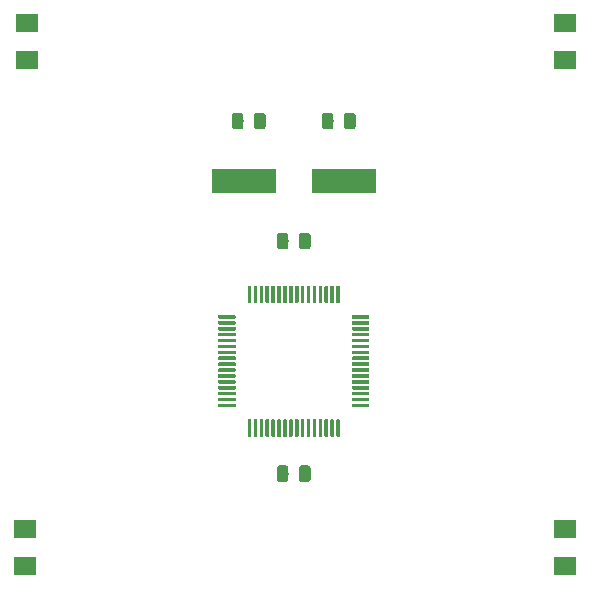
<source format=gbr>
G04 #@! TF.GenerationSoftware,KiCad,Pcbnew,(5.1.2)-2*
G04 #@! TF.CreationDate,2019-10-30T14:21:15+01:00*
G04 #@! TF.ProjectId,PIC18F67K40 MCU Card,50494331-3846-4363-974b-3430204d4355,rev?*
G04 #@! TF.SameCoordinates,Original*
G04 #@! TF.FileFunction,Paste,Top*
G04 #@! TF.FilePolarity,Positive*
%FSLAX46Y46*%
G04 Gerber Fmt 4.6, Leading zero omitted, Abs format (unit mm)*
G04 Created by KiCad (PCBNEW (5.1.2)-2) date 2019-10-30 14:21:15*
%MOMM*%
%LPD*%
G04 APERTURE LIST*
%ADD10C,0.100000*%
%ADD11C,0.300000*%
%ADD12C,0.975000*%
%ADD13R,1.900000X1.600000*%
%ADD14R,5.500000X2.000000*%
G04 APERTURE END LIST*
D10*
G36*
X100472351Y-159865361D02*
G01*
X100479632Y-159866441D01*
X100486771Y-159868229D01*
X100493701Y-159870709D01*
X100500355Y-159873856D01*
X100506668Y-159877640D01*
X100512579Y-159882024D01*
X100518033Y-159886967D01*
X100522976Y-159892421D01*
X100527360Y-159898332D01*
X100531144Y-159904645D01*
X100534291Y-159911299D01*
X100536771Y-159918229D01*
X100538559Y-159925368D01*
X100539639Y-159932649D01*
X100540000Y-159940000D01*
X100540000Y-161265000D01*
X100539639Y-161272351D01*
X100538559Y-161279632D01*
X100536771Y-161286771D01*
X100534291Y-161293701D01*
X100531144Y-161300355D01*
X100527360Y-161306668D01*
X100522976Y-161312579D01*
X100518033Y-161318033D01*
X100512579Y-161322976D01*
X100506668Y-161327360D01*
X100500355Y-161331144D01*
X100493701Y-161334291D01*
X100486771Y-161336771D01*
X100479632Y-161338559D01*
X100472351Y-161339639D01*
X100465000Y-161340000D01*
X100315000Y-161340000D01*
X100307649Y-161339639D01*
X100300368Y-161338559D01*
X100293229Y-161336771D01*
X100286299Y-161334291D01*
X100279645Y-161331144D01*
X100273332Y-161327360D01*
X100267421Y-161322976D01*
X100261967Y-161318033D01*
X100257024Y-161312579D01*
X100252640Y-161306668D01*
X100248856Y-161300355D01*
X100245709Y-161293701D01*
X100243229Y-161286771D01*
X100241441Y-161279632D01*
X100240361Y-161272351D01*
X100240000Y-161265000D01*
X100240000Y-159940000D01*
X100240361Y-159932649D01*
X100241441Y-159925368D01*
X100243229Y-159918229D01*
X100245709Y-159911299D01*
X100248856Y-159904645D01*
X100252640Y-159898332D01*
X100257024Y-159892421D01*
X100261967Y-159886967D01*
X100267421Y-159882024D01*
X100273332Y-159877640D01*
X100279645Y-159873856D01*
X100286299Y-159870709D01*
X100293229Y-159868229D01*
X100300368Y-159866441D01*
X100307649Y-159865361D01*
X100315000Y-159865000D01*
X100465000Y-159865000D01*
X100472351Y-159865361D01*
X100472351Y-159865361D01*
G37*
D11*
X100390000Y-160602500D03*
D10*
G36*
X100972351Y-159865361D02*
G01*
X100979632Y-159866441D01*
X100986771Y-159868229D01*
X100993701Y-159870709D01*
X101000355Y-159873856D01*
X101006668Y-159877640D01*
X101012579Y-159882024D01*
X101018033Y-159886967D01*
X101022976Y-159892421D01*
X101027360Y-159898332D01*
X101031144Y-159904645D01*
X101034291Y-159911299D01*
X101036771Y-159918229D01*
X101038559Y-159925368D01*
X101039639Y-159932649D01*
X101040000Y-159940000D01*
X101040000Y-161265000D01*
X101039639Y-161272351D01*
X101038559Y-161279632D01*
X101036771Y-161286771D01*
X101034291Y-161293701D01*
X101031144Y-161300355D01*
X101027360Y-161306668D01*
X101022976Y-161312579D01*
X101018033Y-161318033D01*
X101012579Y-161322976D01*
X101006668Y-161327360D01*
X101000355Y-161331144D01*
X100993701Y-161334291D01*
X100986771Y-161336771D01*
X100979632Y-161338559D01*
X100972351Y-161339639D01*
X100965000Y-161340000D01*
X100815000Y-161340000D01*
X100807649Y-161339639D01*
X100800368Y-161338559D01*
X100793229Y-161336771D01*
X100786299Y-161334291D01*
X100779645Y-161331144D01*
X100773332Y-161327360D01*
X100767421Y-161322976D01*
X100761967Y-161318033D01*
X100757024Y-161312579D01*
X100752640Y-161306668D01*
X100748856Y-161300355D01*
X100745709Y-161293701D01*
X100743229Y-161286771D01*
X100741441Y-161279632D01*
X100740361Y-161272351D01*
X100740000Y-161265000D01*
X100740000Y-159940000D01*
X100740361Y-159932649D01*
X100741441Y-159925368D01*
X100743229Y-159918229D01*
X100745709Y-159911299D01*
X100748856Y-159904645D01*
X100752640Y-159898332D01*
X100757024Y-159892421D01*
X100761967Y-159886967D01*
X100767421Y-159882024D01*
X100773332Y-159877640D01*
X100779645Y-159873856D01*
X100786299Y-159870709D01*
X100793229Y-159868229D01*
X100800368Y-159866441D01*
X100807649Y-159865361D01*
X100815000Y-159865000D01*
X100965000Y-159865000D01*
X100972351Y-159865361D01*
X100972351Y-159865361D01*
G37*
D11*
X100890000Y-160602500D03*
D10*
G36*
X101472351Y-159865361D02*
G01*
X101479632Y-159866441D01*
X101486771Y-159868229D01*
X101493701Y-159870709D01*
X101500355Y-159873856D01*
X101506668Y-159877640D01*
X101512579Y-159882024D01*
X101518033Y-159886967D01*
X101522976Y-159892421D01*
X101527360Y-159898332D01*
X101531144Y-159904645D01*
X101534291Y-159911299D01*
X101536771Y-159918229D01*
X101538559Y-159925368D01*
X101539639Y-159932649D01*
X101540000Y-159940000D01*
X101540000Y-161265000D01*
X101539639Y-161272351D01*
X101538559Y-161279632D01*
X101536771Y-161286771D01*
X101534291Y-161293701D01*
X101531144Y-161300355D01*
X101527360Y-161306668D01*
X101522976Y-161312579D01*
X101518033Y-161318033D01*
X101512579Y-161322976D01*
X101506668Y-161327360D01*
X101500355Y-161331144D01*
X101493701Y-161334291D01*
X101486771Y-161336771D01*
X101479632Y-161338559D01*
X101472351Y-161339639D01*
X101465000Y-161340000D01*
X101315000Y-161340000D01*
X101307649Y-161339639D01*
X101300368Y-161338559D01*
X101293229Y-161336771D01*
X101286299Y-161334291D01*
X101279645Y-161331144D01*
X101273332Y-161327360D01*
X101267421Y-161322976D01*
X101261967Y-161318033D01*
X101257024Y-161312579D01*
X101252640Y-161306668D01*
X101248856Y-161300355D01*
X101245709Y-161293701D01*
X101243229Y-161286771D01*
X101241441Y-161279632D01*
X101240361Y-161272351D01*
X101240000Y-161265000D01*
X101240000Y-159940000D01*
X101240361Y-159932649D01*
X101241441Y-159925368D01*
X101243229Y-159918229D01*
X101245709Y-159911299D01*
X101248856Y-159904645D01*
X101252640Y-159898332D01*
X101257024Y-159892421D01*
X101261967Y-159886967D01*
X101267421Y-159882024D01*
X101273332Y-159877640D01*
X101279645Y-159873856D01*
X101286299Y-159870709D01*
X101293229Y-159868229D01*
X101300368Y-159866441D01*
X101307649Y-159865361D01*
X101315000Y-159865000D01*
X101465000Y-159865000D01*
X101472351Y-159865361D01*
X101472351Y-159865361D01*
G37*
D11*
X101390000Y-160602500D03*
D10*
G36*
X101972351Y-159865361D02*
G01*
X101979632Y-159866441D01*
X101986771Y-159868229D01*
X101993701Y-159870709D01*
X102000355Y-159873856D01*
X102006668Y-159877640D01*
X102012579Y-159882024D01*
X102018033Y-159886967D01*
X102022976Y-159892421D01*
X102027360Y-159898332D01*
X102031144Y-159904645D01*
X102034291Y-159911299D01*
X102036771Y-159918229D01*
X102038559Y-159925368D01*
X102039639Y-159932649D01*
X102040000Y-159940000D01*
X102040000Y-161265000D01*
X102039639Y-161272351D01*
X102038559Y-161279632D01*
X102036771Y-161286771D01*
X102034291Y-161293701D01*
X102031144Y-161300355D01*
X102027360Y-161306668D01*
X102022976Y-161312579D01*
X102018033Y-161318033D01*
X102012579Y-161322976D01*
X102006668Y-161327360D01*
X102000355Y-161331144D01*
X101993701Y-161334291D01*
X101986771Y-161336771D01*
X101979632Y-161338559D01*
X101972351Y-161339639D01*
X101965000Y-161340000D01*
X101815000Y-161340000D01*
X101807649Y-161339639D01*
X101800368Y-161338559D01*
X101793229Y-161336771D01*
X101786299Y-161334291D01*
X101779645Y-161331144D01*
X101773332Y-161327360D01*
X101767421Y-161322976D01*
X101761967Y-161318033D01*
X101757024Y-161312579D01*
X101752640Y-161306668D01*
X101748856Y-161300355D01*
X101745709Y-161293701D01*
X101743229Y-161286771D01*
X101741441Y-161279632D01*
X101740361Y-161272351D01*
X101740000Y-161265000D01*
X101740000Y-159940000D01*
X101740361Y-159932649D01*
X101741441Y-159925368D01*
X101743229Y-159918229D01*
X101745709Y-159911299D01*
X101748856Y-159904645D01*
X101752640Y-159898332D01*
X101757024Y-159892421D01*
X101761967Y-159886967D01*
X101767421Y-159882024D01*
X101773332Y-159877640D01*
X101779645Y-159873856D01*
X101786299Y-159870709D01*
X101793229Y-159868229D01*
X101800368Y-159866441D01*
X101807649Y-159865361D01*
X101815000Y-159865000D01*
X101965000Y-159865000D01*
X101972351Y-159865361D01*
X101972351Y-159865361D01*
G37*
D11*
X101890000Y-160602500D03*
D10*
G36*
X102472351Y-159865361D02*
G01*
X102479632Y-159866441D01*
X102486771Y-159868229D01*
X102493701Y-159870709D01*
X102500355Y-159873856D01*
X102506668Y-159877640D01*
X102512579Y-159882024D01*
X102518033Y-159886967D01*
X102522976Y-159892421D01*
X102527360Y-159898332D01*
X102531144Y-159904645D01*
X102534291Y-159911299D01*
X102536771Y-159918229D01*
X102538559Y-159925368D01*
X102539639Y-159932649D01*
X102540000Y-159940000D01*
X102540000Y-161265000D01*
X102539639Y-161272351D01*
X102538559Y-161279632D01*
X102536771Y-161286771D01*
X102534291Y-161293701D01*
X102531144Y-161300355D01*
X102527360Y-161306668D01*
X102522976Y-161312579D01*
X102518033Y-161318033D01*
X102512579Y-161322976D01*
X102506668Y-161327360D01*
X102500355Y-161331144D01*
X102493701Y-161334291D01*
X102486771Y-161336771D01*
X102479632Y-161338559D01*
X102472351Y-161339639D01*
X102465000Y-161340000D01*
X102315000Y-161340000D01*
X102307649Y-161339639D01*
X102300368Y-161338559D01*
X102293229Y-161336771D01*
X102286299Y-161334291D01*
X102279645Y-161331144D01*
X102273332Y-161327360D01*
X102267421Y-161322976D01*
X102261967Y-161318033D01*
X102257024Y-161312579D01*
X102252640Y-161306668D01*
X102248856Y-161300355D01*
X102245709Y-161293701D01*
X102243229Y-161286771D01*
X102241441Y-161279632D01*
X102240361Y-161272351D01*
X102240000Y-161265000D01*
X102240000Y-159940000D01*
X102240361Y-159932649D01*
X102241441Y-159925368D01*
X102243229Y-159918229D01*
X102245709Y-159911299D01*
X102248856Y-159904645D01*
X102252640Y-159898332D01*
X102257024Y-159892421D01*
X102261967Y-159886967D01*
X102267421Y-159882024D01*
X102273332Y-159877640D01*
X102279645Y-159873856D01*
X102286299Y-159870709D01*
X102293229Y-159868229D01*
X102300368Y-159866441D01*
X102307649Y-159865361D01*
X102315000Y-159865000D01*
X102465000Y-159865000D01*
X102472351Y-159865361D01*
X102472351Y-159865361D01*
G37*
D11*
X102390000Y-160602500D03*
D10*
G36*
X102972351Y-159865361D02*
G01*
X102979632Y-159866441D01*
X102986771Y-159868229D01*
X102993701Y-159870709D01*
X103000355Y-159873856D01*
X103006668Y-159877640D01*
X103012579Y-159882024D01*
X103018033Y-159886967D01*
X103022976Y-159892421D01*
X103027360Y-159898332D01*
X103031144Y-159904645D01*
X103034291Y-159911299D01*
X103036771Y-159918229D01*
X103038559Y-159925368D01*
X103039639Y-159932649D01*
X103040000Y-159940000D01*
X103040000Y-161265000D01*
X103039639Y-161272351D01*
X103038559Y-161279632D01*
X103036771Y-161286771D01*
X103034291Y-161293701D01*
X103031144Y-161300355D01*
X103027360Y-161306668D01*
X103022976Y-161312579D01*
X103018033Y-161318033D01*
X103012579Y-161322976D01*
X103006668Y-161327360D01*
X103000355Y-161331144D01*
X102993701Y-161334291D01*
X102986771Y-161336771D01*
X102979632Y-161338559D01*
X102972351Y-161339639D01*
X102965000Y-161340000D01*
X102815000Y-161340000D01*
X102807649Y-161339639D01*
X102800368Y-161338559D01*
X102793229Y-161336771D01*
X102786299Y-161334291D01*
X102779645Y-161331144D01*
X102773332Y-161327360D01*
X102767421Y-161322976D01*
X102761967Y-161318033D01*
X102757024Y-161312579D01*
X102752640Y-161306668D01*
X102748856Y-161300355D01*
X102745709Y-161293701D01*
X102743229Y-161286771D01*
X102741441Y-161279632D01*
X102740361Y-161272351D01*
X102740000Y-161265000D01*
X102740000Y-159940000D01*
X102740361Y-159932649D01*
X102741441Y-159925368D01*
X102743229Y-159918229D01*
X102745709Y-159911299D01*
X102748856Y-159904645D01*
X102752640Y-159898332D01*
X102757024Y-159892421D01*
X102761967Y-159886967D01*
X102767421Y-159882024D01*
X102773332Y-159877640D01*
X102779645Y-159873856D01*
X102786299Y-159870709D01*
X102793229Y-159868229D01*
X102800368Y-159866441D01*
X102807649Y-159865361D01*
X102815000Y-159865000D01*
X102965000Y-159865000D01*
X102972351Y-159865361D01*
X102972351Y-159865361D01*
G37*
D11*
X102890000Y-160602500D03*
D10*
G36*
X103472351Y-159865361D02*
G01*
X103479632Y-159866441D01*
X103486771Y-159868229D01*
X103493701Y-159870709D01*
X103500355Y-159873856D01*
X103506668Y-159877640D01*
X103512579Y-159882024D01*
X103518033Y-159886967D01*
X103522976Y-159892421D01*
X103527360Y-159898332D01*
X103531144Y-159904645D01*
X103534291Y-159911299D01*
X103536771Y-159918229D01*
X103538559Y-159925368D01*
X103539639Y-159932649D01*
X103540000Y-159940000D01*
X103540000Y-161265000D01*
X103539639Y-161272351D01*
X103538559Y-161279632D01*
X103536771Y-161286771D01*
X103534291Y-161293701D01*
X103531144Y-161300355D01*
X103527360Y-161306668D01*
X103522976Y-161312579D01*
X103518033Y-161318033D01*
X103512579Y-161322976D01*
X103506668Y-161327360D01*
X103500355Y-161331144D01*
X103493701Y-161334291D01*
X103486771Y-161336771D01*
X103479632Y-161338559D01*
X103472351Y-161339639D01*
X103465000Y-161340000D01*
X103315000Y-161340000D01*
X103307649Y-161339639D01*
X103300368Y-161338559D01*
X103293229Y-161336771D01*
X103286299Y-161334291D01*
X103279645Y-161331144D01*
X103273332Y-161327360D01*
X103267421Y-161322976D01*
X103261967Y-161318033D01*
X103257024Y-161312579D01*
X103252640Y-161306668D01*
X103248856Y-161300355D01*
X103245709Y-161293701D01*
X103243229Y-161286771D01*
X103241441Y-161279632D01*
X103240361Y-161272351D01*
X103240000Y-161265000D01*
X103240000Y-159940000D01*
X103240361Y-159932649D01*
X103241441Y-159925368D01*
X103243229Y-159918229D01*
X103245709Y-159911299D01*
X103248856Y-159904645D01*
X103252640Y-159898332D01*
X103257024Y-159892421D01*
X103261967Y-159886967D01*
X103267421Y-159882024D01*
X103273332Y-159877640D01*
X103279645Y-159873856D01*
X103286299Y-159870709D01*
X103293229Y-159868229D01*
X103300368Y-159866441D01*
X103307649Y-159865361D01*
X103315000Y-159865000D01*
X103465000Y-159865000D01*
X103472351Y-159865361D01*
X103472351Y-159865361D01*
G37*
D11*
X103390000Y-160602500D03*
D10*
G36*
X103972351Y-159865361D02*
G01*
X103979632Y-159866441D01*
X103986771Y-159868229D01*
X103993701Y-159870709D01*
X104000355Y-159873856D01*
X104006668Y-159877640D01*
X104012579Y-159882024D01*
X104018033Y-159886967D01*
X104022976Y-159892421D01*
X104027360Y-159898332D01*
X104031144Y-159904645D01*
X104034291Y-159911299D01*
X104036771Y-159918229D01*
X104038559Y-159925368D01*
X104039639Y-159932649D01*
X104040000Y-159940000D01*
X104040000Y-161265000D01*
X104039639Y-161272351D01*
X104038559Y-161279632D01*
X104036771Y-161286771D01*
X104034291Y-161293701D01*
X104031144Y-161300355D01*
X104027360Y-161306668D01*
X104022976Y-161312579D01*
X104018033Y-161318033D01*
X104012579Y-161322976D01*
X104006668Y-161327360D01*
X104000355Y-161331144D01*
X103993701Y-161334291D01*
X103986771Y-161336771D01*
X103979632Y-161338559D01*
X103972351Y-161339639D01*
X103965000Y-161340000D01*
X103815000Y-161340000D01*
X103807649Y-161339639D01*
X103800368Y-161338559D01*
X103793229Y-161336771D01*
X103786299Y-161334291D01*
X103779645Y-161331144D01*
X103773332Y-161327360D01*
X103767421Y-161322976D01*
X103761967Y-161318033D01*
X103757024Y-161312579D01*
X103752640Y-161306668D01*
X103748856Y-161300355D01*
X103745709Y-161293701D01*
X103743229Y-161286771D01*
X103741441Y-161279632D01*
X103740361Y-161272351D01*
X103740000Y-161265000D01*
X103740000Y-159940000D01*
X103740361Y-159932649D01*
X103741441Y-159925368D01*
X103743229Y-159918229D01*
X103745709Y-159911299D01*
X103748856Y-159904645D01*
X103752640Y-159898332D01*
X103757024Y-159892421D01*
X103761967Y-159886967D01*
X103767421Y-159882024D01*
X103773332Y-159877640D01*
X103779645Y-159873856D01*
X103786299Y-159870709D01*
X103793229Y-159868229D01*
X103800368Y-159866441D01*
X103807649Y-159865361D01*
X103815000Y-159865000D01*
X103965000Y-159865000D01*
X103972351Y-159865361D01*
X103972351Y-159865361D01*
G37*
D11*
X103890000Y-160602500D03*
D10*
G36*
X104472351Y-159865361D02*
G01*
X104479632Y-159866441D01*
X104486771Y-159868229D01*
X104493701Y-159870709D01*
X104500355Y-159873856D01*
X104506668Y-159877640D01*
X104512579Y-159882024D01*
X104518033Y-159886967D01*
X104522976Y-159892421D01*
X104527360Y-159898332D01*
X104531144Y-159904645D01*
X104534291Y-159911299D01*
X104536771Y-159918229D01*
X104538559Y-159925368D01*
X104539639Y-159932649D01*
X104540000Y-159940000D01*
X104540000Y-161265000D01*
X104539639Y-161272351D01*
X104538559Y-161279632D01*
X104536771Y-161286771D01*
X104534291Y-161293701D01*
X104531144Y-161300355D01*
X104527360Y-161306668D01*
X104522976Y-161312579D01*
X104518033Y-161318033D01*
X104512579Y-161322976D01*
X104506668Y-161327360D01*
X104500355Y-161331144D01*
X104493701Y-161334291D01*
X104486771Y-161336771D01*
X104479632Y-161338559D01*
X104472351Y-161339639D01*
X104465000Y-161340000D01*
X104315000Y-161340000D01*
X104307649Y-161339639D01*
X104300368Y-161338559D01*
X104293229Y-161336771D01*
X104286299Y-161334291D01*
X104279645Y-161331144D01*
X104273332Y-161327360D01*
X104267421Y-161322976D01*
X104261967Y-161318033D01*
X104257024Y-161312579D01*
X104252640Y-161306668D01*
X104248856Y-161300355D01*
X104245709Y-161293701D01*
X104243229Y-161286771D01*
X104241441Y-161279632D01*
X104240361Y-161272351D01*
X104240000Y-161265000D01*
X104240000Y-159940000D01*
X104240361Y-159932649D01*
X104241441Y-159925368D01*
X104243229Y-159918229D01*
X104245709Y-159911299D01*
X104248856Y-159904645D01*
X104252640Y-159898332D01*
X104257024Y-159892421D01*
X104261967Y-159886967D01*
X104267421Y-159882024D01*
X104273332Y-159877640D01*
X104279645Y-159873856D01*
X104286299Y-159870709D01*
X104293229Y-159868229D01*
X104300368Y-159866441D01*
X104307649Y-159865361D01*
X104315000Y-159865000D01*
X104465000Y-159865000D01*
X104472351Y-159865361D01*
X104472351Y-159865361D01*
G37*
D11*
X104390000Y-160602500D03*
D10*
G36*
X104972351Y-159865361D02*
G01*
X104979632Y-159866441D01*
X104986771Y-159868229D01*
X104993701Y-159870709D01*
X105000355Y-159873856D01*
X105006668Y-159877640D01*
X105012579Y-159882024D01*
X105018033Y-159886967D01*
X105022976Y-159892421D01*
X105027360Y-159898332D01*
X105031144Y-159904645D01*
X105034291Y-159911299D01*
X105036771Y-159918229D01*
X105038559Y-159925368D01*
X105039639Y-159932649D01*
X105040000Y-159940000D01*
X105040000Y-161265000D01*
X105039639Y-161272351D01*
X105038559Y-161279632D01*
X105036771Y-161286771D01*
X105034291Y-161293701D01*
X105031144Y-161300355D01*
X105027360Y-161306668D01*
X105022976Y-161312579D01*
X105018033Y-161318033D01*
X105012579Y-161322976D01*
X105006668Y-161327360D01*
X105000355Y-161331144D01*
X104993701Y-161334291D01*
X104986771Y-161336771D01*
X104979632Y-161338559D01*
X104972351Y-161339639D01*
X104965000Y-161340000D01*
X104815000Y-161340000D01*
X104807649Y-161339639D01*
X104800368Y-161338559D01*
X104793229Y-161336771D01*
X104786299Y-161334291D01*
X104779645Y-161331144D01*
X104773332Y-161327360D01*
X104767421Y-161322976D01*
X104761967Y-161318033D01*
X104757024Y-161312579D01*
X104752640Y-161306668D01*
X104748856Y-161300355D01*
X104745709Y-161293701D01*
X104743229Y-161286771D01*
X104741441Y-161279632D01*
X104740361Y-161272351D01*
X104740000Y-161265000D01*
X104740000Y-159940000D01*
X104740361Y-159932649D01*
X104741441Y-159925368D01*
X104743229Y-159918229D01*
X104745709Y-159911299D01*
X104748856Y-159904645D01*
X104752640Y-159898332D01*
X104757024Y-159892421D01*
X104761967Y-159886967D01*
X104767421Y-159882024D01*
X104773332Y-159877640D01*
X104779645Y-159873856D01*
X104786299Y-159870709D01*
X104793229Y-159868229D01*
X104800368Y-159866441D01*
X104807649Y-159865361D01*
X104815000Y-159865000D01*
X104965000Y-159865000D01*
X104972351Y-159865361D01*
X104972351Y-159865361D01*
G37*
D11*
X104890000Y-160602500D03*
D10*
G36*
X105472351Y-159865361D02*
G01*
X105479632Y-159866441D01*
X105486771Y-159868229D01*
X105493701Y-159870709D01*
X105500355Y-159873856D01*
X105506668Y-159877640D01*
X105512579Y-159882024D01*
X105518033Y-159886967D01*
X105522976Y-159892421D01*
X105527360Y-159898332D01*
X105531144Y-159904645D01*
X105534291Y-159911299D01*
X105536771Y-159918229D01*
X105538559Y-159925368D01*
X105539639Y-159932649D01*
X105540000Y-159940000D01*
X105540000Y-161265000D01*
X105539639Y-161272351D01*
X105538559Y-161279632D01*
X105536771Y-161286771D01*
X105534291Y-161293701D01*
X105531144Y-161300355D01*
X105527360Y-161306668D01*
X105522976Y-161312579D01*
X105518033Y-161318033D01*
X105512579Y-161322976D01*
X105506668Y-161327360D01*
X105500355Y-161331144D01*
X105493701Y-161334291D01*
X105486771Y-161336771D01*
X105479632Y-161338559D01*
X105472351Y-161339639D01*
X105465000Y-161340000D01*
X105315000Y-161340000D01*
X105307649Y-161339639D01*
X105300368Y-161338559D01*
X105293229Y-161336771D01*
X105286299Y-161334291D01*
X105279645Y-161331144D01*
X105273332Y-161327360D01*
X105267421Y-161322976D01*
X105261967Y-161318033D01*
X105257024Y-161312579D01*
X105252640Y-161306668D01*
X105248856Y-161300355D01*
X105245709Y-161293701D01*
X105243229Y-161286771D01*
X105241441Y-161279632D01*
X105240361Y-161272351D01*
X105240000Y-161265000D01*
X105240000Y-159940000D01*
X105240361Y-159932649D01*
X105241441Y-159925368D01*
X105243229Y-159918229D01*
X105245709Y-159911299D01*
X105248856Y-159904645D01*
X105252640Y-159898332D01*
X105257024Y-159892421D01*
X105261967Y-159886967D01*
X105267421Y-159882024D01*
X105273332Y-159877640D01*
X105279645Y-159873856D01*
X105286299Y-159870709D01*
X105293229Y-159868229D01*
X105300368Y-159866441D01*
X105307649Y-159865361D01*
X105315000Y-159865000D01*
X105465000Y-159865000D01*
X105472351Y-159865361D01*
X105472351Y-159865361D01*
G37*
D11*
X105390000Y-160602500D03*
D10*
G36*
X105972351Y-159865361D02*
G01*
X105979632Y-159866441D01*
X105986771Y-159868229D01*
X105993701Y-159870709D01*
X106000355Y-159873856D01*
X106006668Y-159877640D01*
X106012579Y-159882024D01*
X106018033Y-159886967D01*
X106022976Y-159892421D01*
X106027360Y-159898332D01*
X106031144Y-159904645D01*
X106034291Y-159911299D01*
X106036771Y-159918229D01*
X106038559Y-159925368D01*
X106039639Y-159932649D01*
X106040000Y-159940000D01*
X106040000Y-161265000D01*
X106039639Y-161272351D01*
X106038559Y-161279632D01*
X106036771Y-161286771D01*
X106034291Y-161293701D01*
X106031144Y-161300355D01*
X106027360Y-161306668D01*
X106022976Y-161312579D01*
X106018033Y-161318033D01*
X106012579Y-161322976D01*
X106006668Y-161327360D01*
X106000355Y-161331144D01*
X105993701Y-161334291D01*
X105986771Y-161336771D01*
X105979632Y-161338559D01*
X105972351Y-161339639D01*
X105965000Y-161340000D01*
X105815000Y-161340000D01*
X105807649Y-161339639D01*
X105800368Y-161338559D01*
X105793229Y-161336771D01*
X105786299Y-161334291D01*
X105779645Y-161331144D01*
X105773332Y-161327360D01*
X105767421Y-161322976D01*
X105761967Y-161318033D01*
X105757024Y-161312579D01*
X105752640Y-161306668D01*
X105748856Y-161300355D01*
X105745709Y-161293701D01*
X105743229Y-161286771D01*
X105741441Y-161279632D01*
X105740361Y-161272351D01*
X105740000Y-161265000D01*
X105740000Y-159940000D01*
X105740361Y-159932649D01*
X105741441Y-159925368D01*
X105743229Y-159918229D01*
X105745709Y-159911299D01*
X105748856Y-159904645D01*
X105752640Y-159898332D01*
X105757024Y-159892421D01*
X105761967Y-159886967D01*
X105767421Y-159882024D01*
X105773332Y-159877640D01*
X105779645Y-159873856D01*
X105786299Y-159870709D01*
X105793229Y-159868229D01*
X105800368Y-159866441D01*
X105807649Y-159865361D01*
X105815000Y-159865000D01*
X105965000Y-159865000D01*
X105972351Y-159865361D01*
X105972351Y-159865361D01*
G37*
D11*
X105890000Y-160602500D03*
D10*
G36*
X106472351Y-159865361D02*
G01*
X106479632Y-159866441D01*
X106486771Y-159868229D01*
X106493701Y-159870709D01*
X106500355Y-159873856D01*
X106506668Y-159877640D01*
X106512579Y-159882024D01*
X106518033Y-159886967D01*
X106522976Y-159892421D01*
X106527360Y-159898332D01*
X106531144Y-159904645D01*
X106534291Y-159911299D01*
X106536771Y-159918229D01*
X106538559Y-159925368D01*
X106539639Y-159932649D01*
X106540000Y-159940000D01*
X106540000Y-161265000D01*
X106539639Y-161272351D01*
X106538559Y-161279632D01*
X106536771Y-161286771D01*
X106534291Y-161293701D01*
X106531144Y-161300355D01*
X106527360Y-161306668D01*
X106522976Y-161312579D01*
X106518033Y-161318033D01*
X106512579Y-161322976D01*
X106506668Y-161327360D01*
X106500355Y-161331144D01*
X106493701Y-161334291D01*
X106486771Y-161336771D01*
X106479632Y-161338559D01*
X106472351Y-161339639D01*
X106465000Y-161340000D01*
X106315000Y-161340000D01*
X106307649Y-161339639D01*
X106300368Y-161338559D01*
X106293229Y-161336771D01*
X106286299Y-161334291D01*
X106279645Y-161331144D01*
X106273332Y-161327360D01*
X106267421Y-161322976D01*
X106261967Y-161318033D01*
X106257024Y-161312579D01*
X106252640Y-161306668D01*
X106248856Y-161300355D01*
X106245709Y-161293701D01*
X106243229Y-161286771D01*
X106241441Y-161279632D01*
X106240361Y-161272351D01*
X106240000Y-161265000D01*
X106240000Y-159940000D01*
X106240361Y-159932649D01*
X106241441Y-159925368D01*
X106243229Y-159918229D01*
X106245709Y-159911299D01*
X106248856Y-159904645D01*
X106252640Y-159898332D01*
X106257024Y-159892421D01*
X106261967Y-159886967D01*
X106267421Y-159882024D01*
X106273332Y-159877640D01*
X106279645Y-159873856D01*
X106286299Y-159870709D01*
X106293229Y-159868229D01*
X106300368Y-159866441D01*
X106307649Y-159865361D01*
X106315000Y-159865000D01*
X106465000Y-159865000D01*
X106472351Y-159865361D01*
X106472351Y-159865361D01*
G37*
D11*
X106390000Y-160602500D03*
D10*
G36*
X106972351Y-159865361D02*
G01*
X106979632Y-159866441D01*
X106986771Y-159868229D01*
X106993701Y-159870709D01*
X107000355Y-159873856D01*
X107006668Y-159877640D01*
X107012579Y-159882024D01*
X107018033Y-159886967D01*
X107022976Y-159892421D01*
X107027360Y-159898332D01*
X107031144Y-159904645D01*
X107034291Y-159911299D01*
X107036771Y-159918229D01*
X107038559Y-159925368D01*
X107039639Y-159932649D01*
X107040000Y-159940000D01*
X107040000Y-161265000D01*
X107039639Y-161272351D01*
X107038559Y-161279632D01*
X107036771Y-161286771D01*
X107034291Y-161293701D01*
X107031144Y-161300355D01*
X107027360Y-161306668D01*
X107022976Y-161312579D01*
X107018033Y-161318033D01*
X107012579Y-161322976D01*
X107006668Y-161327360D01*
X107000355Y-161331144D01*
X106993701Y-161334291D01*
X106986771Y-161336771D01*
X106979632Y-161338559D01*
X106972351Y-161339639D01*
X106965000Y-161340000D01*
X106815000Y-161340000D01*
X106807649Y-161339639D01*
X106800368Y-161338559D01*
X106793229Y-161336771D01*
X106786299Y-161334291D01*
X106779645Y-161331144D01*
X106773332Y-161327360D01*
X106767421Y-161322976D01*
X106761967Y-161318033D01*
X106757024Y-161312579D01*
X106752640Y-161306668D01*
X106748856Y-161300355D01*
X106745709Y-161293701D01*
X106743229Y-161286771D01*
X106741441Y-161279632D01*
X106740361Y-161272351D01*
X106740000Y-161265000D01*
X106740000Y-159940000D01*
X106740361Y-159932649D01*
X106741441Y-159925368D01*
X106743229Y-159918229D01*
X106745709Y-159911299D01*
X106748856Y-159904645D01*
X106752640Y-159898332D01*
X106757024Y-159892421D01*
X106761967Y-159886967D01*
X106767421Y-159882024D01*
X106773332Y-159877640D01*
X106779645Y-159873856D01*
X106786299Y-159870709D01*
X106793229Y-159868229D01*
X106800368Y-159866441D01*
X106807649Y-159865361D01*
X106815000Y-159865000D01*
X106965000Y-159865000D01*
X106972351Y-159865361D01*
X106972351Y-159865361D01*
G37*
D11*
X106890000Y-160602500D03*
D10*
G36*
X107472351Y-159865361D02*
G01*
X107479632Y-159866441D01*
X107486771Y-159868229D01*
X107493701Y-159870709D01*
X107500355Y-159873856D01*
X107506668Y-159877640D01*
X107512579Y-159882024D01*
X107518033Y-159886967D01*
X107522976Y-159892421D01*
X107527360Y-159898332D01*
X107531144Y-159904645D01*
X107534291Y-159911299D01*
X107536771Y-159918229D01*
X107538559Y-159925368D01*
X107539639Y-159932649D01*
X107540000Y-159940000D01*
X107540000Y-161265000D01*
X107539639Y-161272351D01*
X107538559Y-161279632D01*
X107536771Y-161286771D01*
X107534291Y-161293701D01*
X107531144Y-161300355D01*
X107527360Y-161306668D01*
X107522976Y-161312579D01*
X107518033Y-161318033D01*
X107512579Y-161322976D01*
X107506668Y-161327360D01*
X107500355Y-161331144D01*
X107493701Y-161334291D01*
X107486771Y-161336771D01*
X107479632Y-161338559D01*
X107472351Y-161339639D01*
X107465000Y-161340000D01*
X107315000Y-161340000D01*
X107307649Y-161339639D01*
X107300368Y-161338559D01*
X107293229Y-161336771D01*
X107286299Y-161334291D01*
X107279645Y-161331144D01*
X107273332Y-161327360D01*
X107267421Y-161322976D01*
X107261967Y-161318033D01*
X107257024Y-161312579D01*
X107252640Y-161306668D01*
X107248856Y-161300355D01*
X107245709Y-161293701D01*
X107243229Y-161286771D01*
X107241441Y-161279632D01*
X107240361Y-161272351D01*
X107240000Y-161265000D01*
X107240000Y-159940000D01*
X107240361Y-159932649D01*
X107241441Y-159925368D01*
X107243229Y-159918229D01*
X107245709Y-159911299D01*
X107248856Y-159904645D01*
X107252640Y-159898332D01*
X107257024Y-159892421D01*
X107261967Y-159886967D01*
X107267421Y-159882024D01*
X107273332Y-159877640D01*
X107279645Y-159873856D01*
X107286299Y-159870709D01*
X107293229Y-159868229D01*
X107300368Y-159866441D01*
X107307649Y-159865361D01*
X107315000Y-159865000D01*
X107465000Y-159865000D01*
X107472351Y-159865361D01*
X107472351Y-159865361D01*
G37*
D11*
X107390000Y-160602500D03*
D10*
G36*
X107972351Y-159865361D02*
G01*
X107979632Y-159866441D01*
X107986771Y-159868229D01*
X107993701Y-159870709D01*
X108000355Y-159873856D01*
X108006668Y-159877640D01*
X108012579Y-159882024D01*
X108018033Y-159886967D01*
X108022976Y-159892421D01*
X108027360Y-159898332D01*
X108031144Y-159904645D01*
X108034291Y-159911299D01*
X108036771Y-159918229D01*
X108038559Y-159925368D01*
X108039639Y-159932649D01*
X108040000Y-159940000D01*
X108040000Y-161265000D01*
X108039639Y-161272351D01*
X108038559Y-161279632D01*
X108036771Y-161286771D01*
X108034291Y-161293701D01*
X108031144Y-161300355D01*
X108027360Y-161306668D01*
X108022976Y-161312579D01*
X108018033Y-161318033D01*
X108012579Y-161322976D01*
X108006668Y-161327360D01*
X108000355Y-161331144D01*
X107993701Y-161334291D01*
X107986771Y-161336771D01*
X107979632Y-161338559D01*
X107972351Y-161339639D01*
X107965000Y-161340000D01*
X107815000Y-161340000D01*
X107807649Y-161339639D01*
X107800368Y-161338559D01*
X107793229Y-161336771D01*
X107786299Y-161334291D01*
X107779645Y-161331144D01*
X107773332Y-161327360D01*
X107767421Y-161322976D01*
X107761967Y-161318033D01*
X107757024Y-161312579D01*
X107752640Y-161306668D01*
X107748856Y-161300355D01*
X107745709Y-161293701D01*
X107743229Y-161286771D01*
X107741441Y-161279632D01*
X107740361Y-161272351D01*
X107740000Y-161265000D01*
X107740000Y-159940000D01*
X107740361Y-159932649D01*
X107741441Y-159925368D01*
X107743229Y-159918229D01*
X107745709Y-159911299D01*
X107748856Y-159904645D01*
X107752640Y-159898332D01*
X107757024Y-159892421D01*
X107761967Y-159886967D01*
X107767421Y-159882024D01*
X107773332Y-159877640D01*
X107779645Y-159873856D01*
X107786299Y-159870709D01*
X107793229Y-159868229D01*
X107800368Y-159866441D01*
X107807649Y-159865361D01*
X107815000Y-159865000D01*
X107965000Y-159865000D01*
X107972351Y-159865361D01*
X107972351Y-159865361D01*
G37*
D11*
X107890000Y-160602500D03*
D10*
G36*
X110472351Y-158540361D02*
G01*
X110479632Y-158541441D01*
X110486771Y-158543229D01*
X110493701Y-158545709D01*
X110500355Y-158548856D01*
X110506668Y-158552640D01*
X110512579Y-158557024D01*
X110518033Y-158561967D01*
X110522976Y-158567421D01*
X110527360Y-158573332D01*
X110531144Y-158579645D01*
X110534291Y-158586299D01*
X110536771Y-158593229D01*
X110538559Y-158600368D01*
X110539639Y-158607649D01*
X110540000Y-158615000D01*
X110540000Y-158765000D01*
X110539639Y-158772351D01*
X110538559Y-158779632D01*
X110536771Y-158786771D01*
X110534291Y-158793701D01*
X110531144Y-158800355D01*
X110527360Y-158806668D01*
X110522976Y-158812579D01*
X110518033Y-158818033D01*
X110512579Y-158822976D01*
X110506668Y-158827360D01*
X110500355Y-158831144D01*
X110493701Y-158834291D01*
X110486771Y-158836771D01*
X110479632Y-158838559D01*
X110472351Y-158839639D01*
X110465000Y-158840000D01*
X109140000Y-158840000D01*
X109132649Y-158839639D01*
X109125368Y-158838559D01*
X109118229Y-158836771D01*
X109111299Y-158834291D01*
X109104645Y-158831144D01*
X109098332Y-158827360D01*
X109092421Y-158822976D01*
X109086967Y-158818033D01*
X109082024Y-158812579D01*
X109077640Y-158806668D01*
X109073856Y-158800355D01*
X109070709Y-158793701D01*
X109068229Y-158786771D01*
X109066441Y-158779632D01*
X109065361Y-158772351D01*
X109065000Y-158765000D01*
X109065000Y-158615000D01*
X109065361Y-158607649D01*
X109066441Y-158600368D01*
X109068229Y-158593229D01*
X109070709Y-158586299D01*
X109073856Y-158579645D01*
X109077640Y-158573332D01*
X109082024Y-158567421D01*
X109086967Y-158561967D01*
X109092421Y-158557024D01*
X109098332Y-158552640D01*
X109104645Y-158548856D01*
X109111299Y-158545709D01*
X109118229Y-158543229D01*
X109125368Y-158541441D01*
X109132649Y-158540361D01*
X109140000Y-158540000D01*
X110465000Y-158540000D01*
X110472351Y-158540361D01*
X110472351Y-158540361D01*
G37*
D11*
X109802500Y-158690000D03*
D10*
G36*
X110472351Y-158040361D02*
G01*
X110479632Y-158041441D01*
X110486771Y-158043229D01*
X110493701Y-158045709D01*
X110500355Y-158048856D01*
X110506668Y-158052640D01*
X110512579Y-158057024D01*
X110518033Y-158061967D01*
X110522976Y-158067421D01*
X110527360Y-158073332D01*
X110531144Y-158079645D01*
X110534291Y-158086299D01*
X110536771Y-158093229D01*
X110538559Y-158100368D01*
X110539639Y-158107649D01*
X110540000Y-158115000D01*
X110540000Y-158265000D01*
X110539639Y-158272351D01*
X110538559Y-158279632D01*
X110536771Y-158286771D01*
X110534291Y-158293701D01*
X110531144Y-158300355D01*
X110527360Y-158306668D01*
X110522976Y-158312579D01*
X110518033Y-158318033D01*
X110512579Y-158322976D01*
X110506668Y-158327360D01*
X110500355Y-158331144D01*
X110493701Y-158334291D01*
X110486771Y-158336771D01*
X110479632Y-158338559D01*
X110472351Y-158339639D01*
X110465000Y-158340000D01*
X109140000Y-158340000D01*
X109132649Y-158339639D01*
X109125368Y-158338559D01*
X109118229Y-158336771D01*
X109111299Y-158334291D01*
X109104645Y-158331144D01*
X109098332Y-158327360D01*
X109092421Y-158322976D01*
X109086967Y-158318033D01*
X109082024Y-158312579D01*
X109077640Y-158306668D01*
X109073856Y-158300355D01*
X109070709Y-158293701D01*
X109068229Y-158286771D01*
X109066441Y-158279632D01*
X109065361Y-158272351D01*
X109065000Y-158265000D01*
X109065000Y-158115000D01*
X109065361Y-158107649D01*
X109066441Y-158100368D01*
X109068229Y-158093229D01*
X109070709Y-158086299D01*
X109073856Y-158079645D01*
X109077640Y-158073332D01*
X109082024Y-158067421D01*
X109086967Y-158061967D01*
X109092421Y-158057024D01*
X109098332Y-158052640D01*
X109104645Y-158048856D01*
X109111299Y-158045709D01*
X109118229Y-158043229D01*
X109125368Y-158041441D01*
X109132649Y-158040361D01*
X109140000Y-158040000D01*
X110465000Y-158040000D01*
X110472351Y-158040361D01*
X110472351Y-158040361D01*
G37*
D11*
X109802500Y-158190000D03*
D10*
G36*
X110472351Y-157540361D02*
G01*
X110479632Y-157541441D01*
X110486771Y-157543229D01*
X110493701Y-157545709D01*
X110500355Y-157548856D01*
X110506668Y-157552640D01*
X110512579Y-157557024D01*
X110518033Y-157561967D01*
X110522976Y-157567421D01*
X110527360Y-157573332D01*
X110531144Y-157579645D01*
X110534291Y-157586299D01*
X110536771Y-157593229D01*
X110538559Y-157600368D01*
X110539639Y-157607649D01*
X110540000Y-157615000D01*
X110540000Y-157765000D01*
X110539639Y-157772351D01*
X110538559Y-157779632D01*
X110536771Y-157786771D01*
X110534291Y-157793701D01*
X110531144Y-157800355D01*
X110527360Y-157806668D01*
X110522976Y-157812579D01*
X110518033Y-157818033D01*
X110512579Y-157822976D01*
X110506668Y-157827360D01*
X110500355Y-157831144D01*
X110493701Y-157834291D01*
X110486771Y-157836771D01*
X110479632Y-157838559D01*
X110472351Y-157839639D01*
X110465000Y-157840000D01*
X109140000Y-157840000D01*
X109132649Y-157839639D01*
X109125368Y-157838559D01*
X109118229Y-157836771D01*
X109111299Y-157834291D01*
X109104645Y-157831144D01*
X109098332Y-157827360D01*
X109092421Y-157822976D01*
X109086967Y-157818033D01*
X109082024Y-157812579D01*
X109077640Y-157806668D01*
X109073856Y-157800355D01*
X109070709Y-157793701D01*
X109068229Y-157786771D01*
X109066441Y-157779632D01*
X109065361Y-157772351D01*
X109065000Y-157765000D01*
X109065000Y-157615000D01*
X109065361Y-157607649D01*
X109066441Y-157600368D01*
X109068229Y-157593229D01*
X109070709Y-157586299D01*
X109073856Y-157579645D01*
X109077640Y-157573332D01*
X109082024Y-157567421D01*
X109086967Y-157561967D01*
X109092421Y-157557024D01*
X109098332Y-157552640D01*
X109104645Y-157548856D01*
X109111299Y-157545709D01*
X109118229Y-157543229D01*
X109125368Y-157541441D01*
X109132649Y-157540361D01*
X109140000Y-157540000D01*
X110465000Y-157540000D01*
X110472351Y-157540361D01*
X110472351Y-157540361D01*
G37*
D11*
X109802500Y-157690000D03*
D10*
G36*
X110472351Y-157040361D02*
G01*
X110479632Y-157041441D01*
X110486771Y-157043229D01*
X110493701Y-157045709D01*
X110500355Y-157048856D01*
X110506668Y-157052640D01*
X110512579Y-157057024D01*
X110518033Y-157061967D01*
X110522976Y-157067421D01*
X110527360Y-157073332D01*
X110531144Y-157079645D01*
X110534291Y-157086299D01*
X110536771Y-157093229D01*
X110538559Y-157100368D01*
X110539639Y-157107649D01*
X110540000Y-157115000D01*
X110540000Y-157265000D01*
X110539639Y-157272351D01*
X110538559Y-157279632D01*
X110536771Y-157286771D01*
X110534291Y-157293701D01*
X110531144Y-157300355D01*
X110527360Y-157306668D01*
X110522976Y-157312579D01*
X110518033Y-157318033D01*
X110512579Y-157322976D01*
X110506668Y-157327360D01*
X110500355Y-157331144D01*
X110493701Y-157334291D01*
X110486771Y-157336771D01*
X110479632Y-157338559D01*
X110472351Y-157339639D01*
X110465000Y-157340000D01*
X109140000Y-157340000D01*
X109132649Y-157339639D01*
X109125368Y-157338559D01*
X109118229Y-157336771D01*
X109111299Y-157334291D01*
X109104645Y-157331144D01*
X109098332Y-157327360D01*
X109092421Y-157322976D01*
X109086967Y-157318033D01*
X109082024Y-157312579D01*
X109077640Y-157306668D01*
X109073856Y-157300355D01*
X109070709Y-157293701D01*
X109068229Y-157286771D01*
X109066441Y-157279632D01*
X109065361Y-157272351D01*
X109065000Y-157265000D01*
X109065000Y-157115000D01*
X109065361Y-157107649D01*
X109066441Y-157100368D01*
X109068229Y-157093229D01*
X109070709Y-157086299D01*
X109073856Y-157079645D01*
X109077640Y-157073332D01*
X109082024Y-157067421D01*
X109086967Y-157061967D01*
X109092421Y-157057024D01*
X109098332Y-157052640D01*
X109104645Y-157048856D01*
X109111299Y-157045709D01*
X109118229Y-157043229D01*
X109125368Y-157041441D01*
X109132649Y-157040361D01*
X109140000Y-157040000D01*
X110465000Y-157040000D01*
X110472351Y-157040361D01*
X110472351Y-157040361D01*
G37*
D11*
X109802500Y-157190000D03*
D10*
G36*
X110472351Y-156540361D02*
G01*
X110479632Y-156541441D01*
X110486771Y-156543229D01*
X110493701Y-156545709D01*
X110500355Y-156548856D01*
X110506668Y-156552640D01*
X110512579Y-156557024D01*
X110518033Y-156561967D01*
X110522976Y-156567421D01*
X110527360Y-156573332D01*
X110531144Y-156579645D01*
X110534291Y-156586299D01*
X110536771Y-156593229D01*
X110538559Y-156600368D01*
X110539639Y-156607649D01*
X110540000Y-156615000D01*
X110540000Y-156765000D01*
X110539639Y-156772351D01*
X110538559Y-156779632D01*
X110536771Y-156786771D01*
X110534291Y-156793701D01*
X110531144Y-156800355D01*
X110527360Y-156806668D01*
X110522976Y-156812579D01*
X110518033Y-156818033D01*
X110512579Y-156822976D01*
X110506668Y-156827360D01*
X110500355Y-156831144D01*
X110493701Y-156834291D01*
X110486771Y-156836771D01*
X110479632Y-156838559D01*
X110472351Y-156839639D01*
X110465000Y-156840000D01*
X109140000Y-156840000D01*
X109132649Y-156839639D01*
X109125368Y-156838559D01*
X109118229Y-156836771D01*
X109111299Y-156834291D01*
X109104645Y-156831144D01*
X109098332Y-156827360D01*
X109092421Y-156822976D01*
X109086967Y-156818033D01*
X109082024Y-156812579D01*
X109077640Y-156806668D01*
X109073856Y-156800355D01*
X109070709Y-156793701D01*
X109068229Y-156786771D01*
X109066441Y-156779632D01*
X109065361Y-156772351D01*
X109065000Y-156765000D01*
X109065000Y-156615000D01*
X109065361Y-156607649D01*
X109066441Y-156600368D01*
X109068229Y-156593229D01*
X109070709Y-156586299D01*
X109073856Y-156579645D01*
X109077640Y-156573332D01*
X109082024Y-156567421D01*
X109086967Y-156561967D01*
X109092421Y-156557024D01*
X109098332Y-156552640D01*
X109104645Y-156548856D01*
X109111299Y-156545709D01*
X109118229Y-156543229D01*
X109125368Y-156541441D01*
X109132649Y-156540361D01*
X109140000Y-156540000D01*
X110465000Y-156540000D01*
X110472351Y-156540361D01*
X110472351Y-156540361D01*
G37*
D11*
X109802500Y-156690000D03*
D10*
G36*
X110472351Y-156040361D02*
G01*
X110479632Y-156041441D01*
X110486771Y-156043229D01*
X110493701Y-156045709D01*
X110500355Y-156048856D01*
X110506668Y-156052640D01*
X110512579Y-156057024D01*
X110518033Y-156061967D01*
X110522976Y-156067421D01*
X110527360Y-156073332D01*
X110531144Y-156079645D01*
X110534291Y-156086299D01*
X110536771Y-156093229D01*
X110538559Y-156100368D01*
X110539639Y-156107649D01*
X110540000Y-156115000D01*
X110540000Y-156265000D01*
X110539639Y-156272351D01*
X110538559Y-156279632D01*
X110536771Y-156286771D01*
X110534291Y-156293701D01*
X110531144Y-156300355D01*
X110527360Y-156306668D01*
X110522976Y-156312579D01*
X110518033Y-156318033D01*
X110512579Y-156322976D01*
X110506668Y-156327360D01*
X110500355Y-156331144D01*
X110493701Y-156334291D01*
X110486771Y-156336771D01*
X110479632Y-156338559D01*
X110472351Y-156339639D01*
X110465000Y-156340000D01*
X109140000Y-156340000D01*
X109132649Y-156339639D01*
X109125368Y-156338559D01*
X109118229Y-156336771D01*
X109111299Y-156334291D01*
X109104645Y-156331144D01*
X109098332Y-156327360D01*
X109092421Y-156322976D01*
X109086967Y-156318033D01*
X109082024Y-156312579D01*
X109077640Y-156306668D01*
X109073856Y-156300355D01*
X109070709Y-156293701D01*
X109068229Y-156286771D01*
X109066441Y-156279632D01*
X109065361Y-156272351D01*
X109065000Y-156265000D01*
X109065000Y-156115000D01*
X109065361Y-156107649D01*
X109066441Y-156100368D01*
X109068229Y-156093229D01*
X109070709Y-156086299D01*
X109073856Y-156079645D01*
X109077640Y-156073332D01*
X109082024Y-156067421D01*
X109086967Y-156061967D01*
X109092421Y-156057024D01*
X109098332Y-156052640D01*
X109104645Y-156048856D01*
X109111299Y-156045709D01*
X109118229Y-156043229D01*
X109125368Y-156041441D01*
X109132649Y-156040361D01*
X109140000Y-156040000D01*
X110465000Y-156040000D01*
X110472351Y-156040361D01*
X110472351Y-156040361D01*
G37*
D11*
X109802500Y-156190000D03*
D10*
G36*
X110472351Y-155540361D02*
G01*
X110479632Y-155541441D01*
X110486771Y-155543229D01*
X110493701Y-155545709D01*
X110500355Y-155548856D01*
X110506668Y-155552640D01*
X110512579Y-155557024D01*
X110518033Y-155561967D01*
X110522976Y-155567421D01*
X110527360Y-155573332D01*
X110531144Y-155579645D01*
X110534291Y-155586299D01*
X110536771Y-155593229D01*
X110538559Y-155600368D01*
X110539639Y-155607649D01*
X110540000Y-155615000D01*
X110540000Y-155765000D01*
X110539639Y-155772351D01*
X110538559Y-155779632D01*
X110536771Y-155786771D01*
X110534291Y-155793701D01*
X110531144Y-155800355D01*
X110527360Y-155806668D01*
X110522976Y-155812579D01*
X110518033Y-155818033D01*
X110512579Y-155822976D01*
X110506668Y-155827360D01*
X110500355Y-155831144D01*
X110493701Y-155834291D01*
X110486771Y-155836771D01*
X110479632Y-155838559D01*
X110472351Y-155839639D01*
X110465000Y-155840000D01*
X109140000Y-155840000D01*
X109132649Y-155839639D01*
X109125368Y-155838559D01*
X109118229Y-155836771D01*
X109111299Y-155834291D01*
X109104645Y-155831144D01*
X109098332Y-155827360D01*
X109092421Y-155822976D01*
X109086967Y-155818033D01*
X109082024Y-155812579D01*
X109077640Y-155806668D01*
X109073856Y-155800355D01*
X109070709Y-155793701D01*
X109068229Y-155786771D01*
X109066441Y-155779632D01*
X109065361Y-155772351D01*
X109065000Y-155765000D01*
X109065000Y-155615000D01*
X109065361Y-155607649D01*
X109066441Y-155600368D01*
X109068229Y-155593229D01*
X109070709Y-155586299D01*
X109073856Y-155579645D01*
X109077640Y-155573332D01*
X109082024Y-155567421D01*
X109086967Y-155561967D01*
X109092421Y-155557024D01*
X109098332Y-155552640D01*
X109104645Y-155548856D01*
X109111299Y-155545709D01*
X109118229Y-155543229D01*
X109125368Y-155541441D01*
X109132649Y-155540361D01*
X109140000Y-155540000D01*
X110465000Y-155540000D01*
X110472351Y-155540361D01*
X110472351Y-155540361D01*
G37*
D11*
X109802500Y-155690000D03*
D10*
G36*
X110472351Y-155040361D02*
G01*
X110479632Y-155041441D01*
X110486771Y-155043229D01*
X110493701Y-155045709D01*
X110500355Y-155048856D01*
X110506668Y-155052640D01*
X110512579Y-155057024D01*
X110518033Y-155061967D01*
X110522976Y-155067421D01*
X110527360Y-155073332D01*
X110531144Y-155079645D01*
X110534291Y-155086299D01*
X110536771Y-155093229D01*
X110538559Y-155100368D01*
X110539639Y-155107649D01*
X110540000Y-155115000D01*
X110540000Y-155265000D01*
X110539639Y-155272351D01*
X110538559Y-155279632D01*
X110536771Y-155286771D01*
X110534291Y-155293701D01*
X110531144Y-155300355D01*
X110527360Y-155306668D01*
X110522976Y-155312579D01*
X110518033Y-155318033D01*
X110512579Y-155322976D01*
X110506668Y-155327360D01*
X110500355Y-155331144D01*
X110493701Y-155334291D01*
X110486771Y-155336771D01*
X110479632Y-155338559D01*
X110472351Y-155339639D01*
X110465000Y-155340000D01*
X109140000Y-155340000D01*
X109132649Y-155339639D01*
X109125368Y-155338559D01*
X109118229Y-155336771D01*
X109111299Y-155334291D01*
X109104645Y-155331144D01*
X109098332Y-155327360D01*
X109092421Y-155322976D01*
X109086967Y-155318033D01*
X109082024Y-155312579D01*
X109077640Y-155306668D01*
X109073856Y-155300355D01*
X109070709Y-155293701D01*
X109068229Y-155286771D01*
X109066441Y-155279632D01*
X109065361Y-155272351D01*
X109065000Y-155265000D01*
X109065000Y-155115000D01*
X109065361Y-155107649D01*
X109066441Y-155100368D01*
X109068229Y-155093229D01*
X109070709Y-155086299D01*
X109073856Y-155079645D01*
X109077640Y-155073332D01*
X109082024Y-155067421D01*
X109086967Y-155061967D01*
X109092421Y-155057024D01*
X109098332Y-155052640D01*
X109104645Y-155048856D01*
X109111299Y-155045709D01*
X109118229Y-155043229D01*
X109125368Y-155041441D01*
X109132649Y-155040361D01*
X109140000Y-155040000D01*
X110465000Y-155040000D01*
X110472351Y-155040361D01*
X110472351Y-155040361D01*
G37*
D11*
X109802500Y-155190000D03*
D10*
G36*
X110472351Y-154540361D02*
G01*
X110479632Y-154541441D01*
X110486771Y-154543229D01*
X110493701Y-154545709D01*
X110500355Y-154548856D01*
X110506668Y-154552640D01*
X110512579Y-154557024D01*
X110518033Y-154561967D01*
X110522976Y-154567421D01*
X110527360Y-154573332D01*
X110531144Y-154579645D01*
X110534291Y-154586299D01*
X110536771Y-154593229D01*
X110538559Y-154600368D01*
X110539639Y-154607649D01*
X110540000Y-154615000D01*
X110540000Y-154765000D01*
X110539639Y-154772351D01*
X110538559Y-154779632D01*
X110536771Y-154786771D01*
X110534291Y-154793701D01*
X110531144Y-154800355D01*
X110527360Y-154806668D01*
X110522976Y-154812579D01*
X110518033Y-154818033D01*
X110512579Y-154822976D01*
X110506668Y-154827360D01*
X110500355Y-154831144D01*
X110493701Y-154834291D01*
X110486771Y-154836771D01*
X110479632Y-154838559D01*
X110472351Y-154839639D01*
X110465000Y-154840000D01*
X109140000Y-154840000D01*
X109132649Y-154839639D01*
X109125368Y-154838559D01*
X109118229Y-154836771D01*
X109111299Y-154834291D01*
X109104645Y-154831144D01*
X109098332Y-154827360D01*
X109092421Y-154822976D01*
X109086967Y-154818033D01*
X109082024Y-154812579D01*
X109077640Y-154806668D01*
X109073856Y-154800355D01*
X109070709Y-154793701D01*
X109068229Y-154786771D01*
X109066441Y-154779632D01*
X109065361Y-154772351D01*
X109065000Y-154765000D01*
X109065000Y-154615000D01*
X109065361Y-154607649D01*
X109066441Y-154600368D01*
X109068229Y-154593229D01*
X109070709Y-154586299D01*
X109073856Y-154579645D01*
X109077640Y-154573332D01*
X109082024Y-154567421D01*
X109086967Y-154561967D01*
X109092421Y-154557024D01*
X109098332Y-154552640D01*
X109104645Y-154548856D01*
X109111299Y-154545709D01*
X109118229Y-154543229D01*
X109125368Y-154541441D01*
X109132649Y-154540361D01*
X109140000Y-154540000D01*
X110465000Y-154540000D01*
X110472351Y-154540361D01*
X110472351Y-154540361D01*
G37*
D11*
X109802500Y-154690000D03*
D10*
G36*
X110472351Y-154040361D02*
G01*
X110479632Y-154041441D01*
X110486771Y-154043229D01*
X110493701Y-154045709D01*
X110500355Y-154048856D01*
X110506668Y-154052640D01*
X110512579Y-154057024D01*
X110518033Y-154061967D01*
X110522976Y-154067421D01*
X110527360Y-154073332D01*
X110531144Y-154079645D01*
X110534291Y-154086299D01*
X110536771Y-154093229D01*
X110538559Y-154100368D01*
X110539639Y-154107649D01*
X110540000Y-154115000D01*
X110540000Y-154265000D01*
X110539639Y-154272351D01*
X110538559Y-154279632D01*
X110536771Y-154286771D01*
X110534291Y-154293701D01*
X110531144Y-154300355D01*
X110527360Y-154306668D01*
X110522976Y-154312579D01*
X110518033Y-154318033D01*
X110512579Y-154322976D01*
X110506668Y-154327360D01*
X110500355Y-154331144D01*
X110493701Y-154334291D01*
X110486771Y-154336771D01*
X110479632Y-154338559D01*
X110472351Y-154339639D01*
X110465000Y-154340000D01*
X109140000Y-154340000D01*
X109132649Y-154339639D01*
X109125368Y-154338559D01*
X109118229Y-154336771D01*
X109111299Y-154334291D01*
X109104645Y-154331144D01*
X109098332Y-154327360D01*
X109092421Y-154322976D01*
X109086967Y-154318033D01*
X109082024Y-154312579D01*
X109077640Y-154306668D01*
X109073856Y-154300355D01*
X109070709Y-154293701D01*
X109068229Y-154286771D01*
X109066441Y-154279632D01*
X109065361Y-154272351D01*
X109065000Y-154265000D01*
X109065000Y-154115000D01*
X109065361Y-154107649D01*
X109066441Y-154100368D01*
X109068229Y-154093229D01*
X109070709Y-154086299D01*
X109073856Y-154079645D01*
X109077640Y-154073332D01*
X109082024Y-154067421D01*
X109086967Y-154061967D01*
X109092421Y-154057024D01*
X109098332Y-154052640D01*
X109104645Y-154048856D01*
X109111299Y-154045709D01*
X109118229Y-154043229D01*
X109125368Y-154041441D01*
X109132649Y-154040361D01*
X109140000Y-154040000D01*
X110465000Y-154040000D01*
X110472351Y-154040361D01*
X110472351Y-154040361D01*
G37*
D11*
X109802500Y-154190000D03*
D10*
G36*
X110472351Y-153540361D02*
G01*
X110479632Y-153541441D01*
X110486771Y-153543229D01*
X110493701Y-153545709D01*
X110500355Y-153548856D01*
X110506668Y-153552640D01*
X110512579Y-153557024D01*
X110518033Y-153561967D01*
X110522976Y-153567421D01*
X110527360Y-153573332D01*
X110531144Y-153579645D01*
X110534291Y-153586299D01*
X110536771Y-153593229D01*
X110538559Y-153600368D01*
X110539639Y-153607649D01*
X110540000Y-153615000D01*
X110540000Y-153765000D01*
X110539639Y-153772351D01*
X110538559Y-153779632D01*
X110536771Y-153786771D01*
X110534291Y-153793701D01*
X110531144Y-153800355D01*
X110527360Y-153806668D01*
X110522976Y-153812579D01*
X110518033Y-153818033D01*
X110512579Y-153822976D01*
X110506668Y-153827360D01*
X110500355Y-153831144D01*
X110493701Y-153834291D01*
X110486771Y-153836771D01*
X110479632Y-153838559D01*
X110472351Y-153839639D01*
X110465000Y-153840000D01*
X109140000Y-153840000D01*
X109132649Y-153839639D01*
X109125368Y-153838559D01*
X109118229Y-153836771D01*
X109111299Y-153834291D01*
X109104645Y-153831144D01*
X109098332Y-153827360D01*
X109092421Y-153822976D01*
X109086967Y-153818033D01*
X109082024Y-153812579D01*
X109077640Y-153806668D01*
X109073856Y-153800355D01*
X109070709Y-153793701D01*
X109068229Y-153786771D01*
X109066441Y-153779632D01*
X109065361Y-153772351D01*
X109065000Y-153765000D01*
X109065000Y-153615000D01*
X109065361Y-153607649D01*
X109066441Y-153600368D01*
X109068229Y-153593229D01*
X109070709Y-153586299D01*
X109073856Y-153579645D01*
X109077640Y-153573332D01*
X109082024Y-153567421D01*
X109086967Y-153561967D01*
X109092421Y-153557024D01*
X109098332Y-153552640D01*
X109104645Y-153548856D01*
X109111299Y-153545709D01*
X109118229Y-153543229D01*
X109125368Y-153541441D01*
X109132649Y-153540361D01*
X109140000Y-153540000D01*
X110465000Y-153540000D01*
X110472351Y-153540361D01*
X110472351Y-153540361D01*
G37*
D11*
X109802500Y-153690000D03*
D10*
G36*
X110472351Y-153040361D02*
G01*
X110479632Y-153041441D01*
X110486771Y-153043229D01*
X110493701Y-153045709D01*
X110500355Y-153048856D01*
X110506668Y-153052640D01*
X110512579Y-153057024D01*
X110518033Y-153061967D01*
X110522976Y-153067421D01*
X110527360Y-153073332D01*
X110531144Y-153079645D01*
X110534291Y-153086299D01*
X110536771Y-153093229D01*
X110538559Y-153100368D01*
X110539639Y-153107649D01*
X110540000Y-153115000D01*
X110540000Y-153265000D01*
X110539639Y-153272351D01*
X110538559Y-153279632D01*
X110536771Y-153286771D01*
X110534291Y-153293701D01*
X110531144Y-153300355D01*
X110527360Y-153306668D01*
X110522976Y-153312579D01*
X110518033Y-153318033D01*
X110512579Y-153322976D01*
X110506668Y-153327360D01*
X110500355Y-153331144D01*
X110493701Y-153334291D01*
X110486771Y-153336771D01*
X110479632Y-153338559D01*
X110472351Y-153339639D01*
X110465000Y-153340000D01*
X109140000Y-153340000D01*
X109132649Y-153339639D01*
X109125368Y-153338559D01*
X109118229Y-153336771D01*
X109111299Y-153334291D01*
X109104645Y-153331144D01*
X109098332Y-153327360D01*
X109092421Y-153322976D01*
X109086967Y-153318033D01*
X109082024Y-153312579D01*
X109077640Y-153306668D01*
X109073856Y-153300355D01*
X109070709Y-153293701D01*
X109068229Y-153286771D01*
X109066441Y-153279632D01*
X109065361Y-153272351D01*
X109065000Y-153265000D01*
X109065000Y-153115000D01*
X109065361Y-153107649D01*
X109066441Y-153100368D01*
X109068229Y-153093229D01*
X109070709Y-153086299D01*
X109073856Y-153079645D01*
X109077640Y-153073332D01*
X109082024Y-153067421D01*
X109086967Y-153061967D01*
X109092421Y-153057024D01*
X109098332Y-153052640D01*
X109104645Y-153048856D01*
X109111299Y-153045709D01*
X109118229Y-153043229D01*
X109125368Y-153041441D01*
X109132649Y-153040361D01*
X109140000Y-153040000D01*
X110465000Y-153040000D01*
X110472351Y-153040361D01*
X110472351Y-153040361D01*
G37*
D11*
X109802500Y-153190000D03*
D10*
G36*
X110472351Y-152540361D02*
G01*
X110479632Y-152541441D01*
X110486771Y-152543229D01*
X110493701Y-152545709D01*
X110500355Y-152548856D01*
X110506668Y-152552640D01*
X110512579Y-152557024D01*
X110518033Y-152561967D01*
X110522976Y-152567421D01*
X110527360Y-152573332D01*
X110531144Y-152579645D01*
X110534291Y-152586299D01*
X110536771Y-152593229D01*
X110538559Y-152600368D01*
X110539639Y-152607649D01*
X110540000Y-152615000D01*
X110540000Y-152765000D01*
X110539639Y-152772351D01*
X110538559Y-152779632D01*
X110536771Y-152786771D01*
X110534291Y-152793701D01*
X110531144Y-152800355D01*
X110527360Y-152806668D01*
X110522976Y-152812579D01*
X110518033Y-152818033D01*
X110512579Y-152822976D01*
X110506668Y-152827360D01*
X110500355Y-152831144D01*
X110493701Y-152834291D01*
X110486771Y-152836771D01*
X110479632Y-152838559D01*
X110472351Y-152839639D01*
X110465000Y-152840000D01*
X109140000Y-152840000D01*
X109132649Y-152839639D01*
X109125368Y-152838559D01*
X109118229Y-152836771D01*
X109111299Y-152834291D01*
X109104645Y-152831144D01*
X109098332Y-152827360D01*
X109092421Y-152822976D01*
X109086967Y-152818033D01*
X109082024Y-152812579D01*
X109077640Y-152806668D01*
X109073856Y-152800355D01*
X109070709Y-152793701D01*
X109068229Y-152786771D01*
X109066441Y-152779632D01*
X109065361Y-152772351D01*
X109065000Y-152765000D01*
X109065000Y-152615000D01*
X109065361Y-152607649D01*
X109066441Y-152600368D01*
X109068229Y-152593229D01*
X109070709Y-152586299D01*
X109073856Y-152579645D01*
X109077640Y-152573332D01*
X109082024Y-152567421D01*
X109086967Y-152561967D01*
X109092421Y-152557024D01*
X109098332Y-152552640D01*
X109104645Y-152548856D01*
X109111299Y-152545709D01*
X109118229Y-152543229D01*
X109125368Y-152541441D01*
X109132649Y-152540361D01*
X109140000Y-152540000D01*
X110465000Y-152540000D01*
X110472351Y-152540361D01*
X110472351Y-152540361D01*
G37*
D11*
X109802500Y-152690000D03*
D10*
G36*
X110472351Y-152040361D02*
G01*
X110479632Y-152041441D01*
X110486771Y-152043229D01*
X110493701Y-152045709D01*
X110500355Y-152048856D01*
X110506668Y-152052640D01*
X110512579Y-152057024D01*
X110518033Y-152061967D01*
X110522976Y-152067421D01*
X110527360Y-152073332D01*
X110531144Y-152079645D01*
X110534291Y-152086299D01*
X110536771Y-152093229D01*
X110538559Y-152100368D01*
X110539639Y-152107649D01*
X110540000Y-152115000D01*
X110540000Y-152265000D01*
X110539639Y-152272351D01*
X110538559Y-152279632D01*
X110536771Y-152286771D01*
X110534291Y-152293701D01*
X110531144Y-152300355D01*
X110527360Y-152306668D01*
X110522976Y-152312579D01*
X110518033Y-152318033D01*
X110512579Y-152322976D01*
X110506668Y-152327360D01*
X110500355Y-152331144D01*
X110493701Y-152334291D01*
X110486771Y-152336771D01*
X110479632Y-152338559D01*
X110472351Y-152339639D01*
X110465000Y-152340000D01*
X109140000Y-152340000D01*
X109132649Y-152339639D01*
X109125368Y-152338559D01*
X109118229Y-152336771D01*
X109111299Y-152334291D01*
X109104645Y-152331144D01*
X109098332Y-152327360D01*
X109092421Y-152322976D01*
X109086967Y-152318033D01*
X109082024Y-152312579D01*
X109077640Y-152306668D01*
X109073856Y-152300355D01*
X109070709Y-152293701D01*
X109068229Y-152286771D01*
X109066441Y-152279632D01*
X109065361Y-152272351D01*
X109065000Y-152265000D01*
X109065000Y-152115000D01*
X109065361Y-152107649D01*
X109066441Y-152100368D01*
X109068229Y-152093229D01*
X109070709Y-152086299D01*
X109073856Y-152079645D01*
X109077640Y-152073332D01*
X109082024Y-152067421D01*
X109086967Y-152061967D01*
X109092421Y-152057024D01*
X109098332Y-152052640D01*
X109104645Y-152048856D01*
X109111299Y-152045709D01*
X109118229Y-152043229D01*
X109125368Y-152041441D01*
X109132649Y-152040361D01*
X109140000Y-152040000D01*
X110465000Y-152040000D01*
X110472351Y-152040361D01*
X110472351Y-152040361D01*
G37*
D11*
X109802500Y-152190000D03*
D10*
G36*
X110472351Y-151540361D02*
G01*
X110479632Y-151541441D01*
X110486771Y-151543229D01*
X110493701Y-151545709D01*
X110500355Y-151548856D01*
X110506668Y-151552640D01*
X110512579Y-151557024D01*
X110518033Y-151561967D01*
X110522976Y-151567421D01*
X110527360Y-151573332D01*
X110531144Y-151579645D01*
X110534291Y-151586299D01*
X110536771Y-151593229D01*
X110538559Y-151600368D01*
X110539639Y-151607649D01*
X110540000Y-151615000D01*
X110540000Y-151765000D01*
X110539639Y-151772351D01*
X110538559Y-151779632D01*
X110536771Y-151786771D01*
X110534291Y-151793701D01*
X110531144Y-151800355D01*
X110527360Y-151806668D01*
X110522976Y-151812579D01*
X110518033Y-151818033D01*
X110512579Y-151822976D01*
X110506668Y-151827360D01*
X110500355Y-151831144D01*
X110493701Y-151834291D01*
X110486771Y-151836771D01*
X110479632Y-151838559D01*
X110472351Y-151839639D01*
X110465000Y-151840000D01*
X109140000Y-151840000D01*
X109132649Y-151839639D01*
X109125368Y-151838559D01*
X109118229Y-151836771D01*
X109111299Y-151834291D01*
X109104645Y-151831144D01*
X109098332Y-151827360D01*
X109092421Y-151822976D01*
X109086967Y-151818033D01*
X109082024Y-151812579D01*
X109077640Y-151806668D01*
X109073856Y-151800355D01*
X109070709Y-151793701D01*
X109068229Y-151786771D01*
X109066441Y-151779632D01*
X109065361Y-151772351D01*
X109065000Y-151765000D01*
X109065000Y-151615000D01*
X109065361Y-151607649D01*
X109066441Y-151600368D01*
X109068229Y-151593229D01*
X109070709Y-151586299D01*
X109073856Y-151579645D01*
X109077640Y-151573332D01*
X109082024Y-151567421D01*
X109086967Y-151561967D01*
X109092421Y-151557024D01*
X109098332Y-151552640D01*
X109104645Y-151548856D01*
X109111299Y-151545709D01*
X109118229Y-151543229D01*
X109125368Y-151541441D01*
X109132649Y-151540361D01*
X109140000Y-151540000D01*
X110465000Y-151540000D01*
X110472351Y-151540361D01*
X110472351Y-151540361D01*
G37*
D11*
X109802500Y-151690000D03*
D10*
G36*
X110472351Y-151040361D02*
G01*
X110479632Y-151041441D01*
X110486771Y-151043229D01*
X110493701Y-151045709D01*
X110500355Y-151048856D01*
X110506668Y-151052640D01*
X110512579Y-151057024D01*
X110518033Y-151061967D01*
X110522976Y-151067421D01*
X110527360Y-151073332D01*
X110531144Y-151079645D01*
X110534291Y-151086299D01*
X110536771Y-151093229D01*
X110538559Y-151100368D01*
X110539639Y-151107649D01*
X110540000Y-151115000D01*
X110540000Y-151265000D01*
X110539639Y-151272351D01*
X110538559Y-151279632D01*
X110536771Y-151286771D01*
X110534291Y-151293701D01*
X110531144Y-151300355D01*
X110527360Y-151306668D01*
X110522976Y-151312579D01*
X110518033Y-151318033D01*
X110512579Y-151322976D01*
X110506668Y-151327360D01*
X110500355Y-151331144D01*
X110493701Y-151334291D01*
X110486771Y-151336771D01*
X110479632Y-151338559D01*
X110472351Y-151339639D01*
X110465000Y-151340000D01*
X109140000Y-151340000D01*
X109132649Y-151339639D01*
X109125368Y-151338559D01*
X109118229Y-151336771D01*
X109111299Y-151334291D01*
X109104645Y-151331144D01*
X109098332Y-151327360D01*
X109092421Y-151322976D01*
X109086967Y-151318033D01*
X109082024Y-151312579D01*
X109077640Y-151306668D01*
X109073856Y-151300355D01*
X109070709Y-151293701D01*
X109068229Y-151286771D01*
X109066441Y-151279632D01*
X109065361Y-151272351D01*
X109065000Y-151265000D01*
X109065000Y-151115000D01*
X109065361Y-151107649D01*
X109066441Y-151100368D01*
X109068229Y-151093229D01*
X109070709Y-151086299D01*
X109073856Y-151079645D01*
X109077640Y-151073332D01*
X109082024Y-151067421D01*
X109086967Y-151061967D01*
X109092421Y-151057024D01*
X109098332Y-151052640D01*
X109104645Y-151048856D01*
X109111299Y-151045709D01*
X109118229Y-151043229D01*
X109125368Y-151041441D01*
X109132649Y-151040361D01*
X109140000Y-151040000D01*
X110465000Y-151040000D01*
X110472351Y-151040361D01*
X110472351Y-151040361D01*
G37*
D11*
X109802500Y-151190000D03*
D10*
G36*
X107972351Y-148540361D02*
G01*
X107979632Y-148541441D01*
X107986771Y-148543229D01*
X107993701Y-148545709D01*
X108000355Y-148548856D01*
X108006668Y-148552640D01*
X108012579Y-148557024D01*
X108018033Y-148561967D01*
X108022976Y-148567421D01*
X108027360Y-148573332D01*
X108031144Y-148579645D01*
X108034291Y-148586299D01*
X108036771Y-148593229D01*
X108038559Y-148600368D01*
X108039639Y-148607649D01*
X108040000Y-148615000D01*
X108040000Y-149940000D01*
X108039639Y-149947351D01*
X108038559Y-149954632D01*
X108036771Y-149961771D01*
X108034291Y-149968701D01*
X108031144Y-149975355D01*
X108027360Y-149981668D01*
X108022976Y-149987579D01*
X108018033Y-149993033D01*
X108012579Y-149997976D01*
X108006668Y-150002360D01*
X108000355Y-150006144D01*
X107993701Y-150009291D01*
X107986771Y-150011771D01*
X107979632Y-150013559D01*
X107972351Y-150014639D01*
X107965000Y-150015000D01*
X107815000Y-150015000D01*
X107807649Y-150014639D01*
X107800368Y-150013559D01*
X107793229Y-150011771D01*
X107786299Y-150009291D01*
X107779645Y-150006144D01*
X107773332Y-150002360D01*
X107767421Y-149997976D01*
X107761967Y-149993033D01*
X107757024Y-149987579D01*
X107752640Y-149981668D01*
X107748856Y-149975355D01*
X107745709Y-149968701D01*
X107743229Y-149961771D01*
X107741441Y-149954632D01*
X107740361Y-149947351D01*
X107740000Y-149940000D01*
X107740000Y-148615000D01*
X107740361Y-148607649D01*
X107741441Y-148600368D01*
X107743229Y-148593229D01*
X107745709Y-148586299D01*
X107748856Y-148579645D01*
X107752640Y-148573332D01*
X107757024Y-148567421D01*
X107761967Y-148561967D01*
X107767421Y-148557024D01*
X107773332Y-148552640D01*
X107779645Y-148548856D01*
X107786299Y-148545709D01*
X107793229Y-148543229D01*
X107800368Y-148541441D01*
X107807649Y-148540361D01*
X107815000Y-148540000D01*
X107965000Y-148540000D01*
X107972351Y-148540361D01*
X107972351Y-148540361D01*
G37*
D11*
X107890000Y-149277500D03*
D10*
G36*
X107472351Y-148540361D02*
G01*
X107479632Y-148541441D01*
X107486771Y-148543229D01*
X107493701Y-148545709D01*
X107500355Y-148548856D01*
X107506668Y-148552640D01*
X107512579Y-148557024D01*
X107518033Y-148561967D01*
X107522976Y-148567421D01*
X107527360Y-148573332D01*
X107531144Y-148579645D01*
X107534291Y-148586299D01*
X107536771Y-148593229D01*
X107538559Y-148600368D01*
X107539639Y-148607649D01*
X107540000Y-148615000D01*
X107540000Y-149940000D01*
X107539639Y-149947351D01*
X107538559Y-149954632D01*
X107536771Y-149961771D01*
X107534291Y-149968701D01*
X107531144Y-149975355D01*
X107527360Y-149981668D01*
X107522976Y-149987579D01*
X107518033Y-149993033D01*
X107512579Y-149997976D01*
X107506668Y-150002360D01*
X107500355Y-150006144D01*
X107493701Y-150009291D01*
X107486771Y-150011771D01*
X107479632Y-150013559D01*
X107472351Y-150014639D01*
X107465000Y-150015000D01*
X107315000Y-150015000D01*
X107307649Y-150014639D01*
X107300368Y-150013559D01*
X107293229Y-150011771D01*
X107286299Y-150009291D01*
X107279645Y-150006144D01*
X107273332Y-150002360D01*
X107267421Y-149997976D01*
X107261967Y-149993033D01*
X107257024Y-149987579D01*
X107252640Y-149981668D01*
X107248856Y-149975355D01*
X107245709Y-149968701D01*
X107243229Y-149961771D01*
X107241441Y-149954632D01*
X107240361Y-149947351D01*
X107240000Y-149940000D01*
X107240000Y-148615000D01*
X107240361Y-148607649D01*
X107241441Y-148600368D01*
X107243229Y-148593229D01*
X107245709Y-148586299D01*
X107248856Y-148579645D01*
X107252640Y-148573332D01*
X107257024Y-148567421D01*
X107261967Y-148561967D01*
X107267421Y-148557024D01*
X107273332Y-148552640D01*
X107279645Y-148548856D01*
X107286299Y-148545709D01*
X107293229Y-148543229D01*
X107300368Y-148541441D01*
X107307649Y-148540361D01*
X107315000Y-148540000D01*
X107465000Y-148540000D01*
X107472351Y-148540361D01*
X107472351Y-148540361D01*
G37*
D11*
X107390000Y-149277500D03*
D10*
G36*
X106972351Y-148540361D02*
G01*
X106979632Y-148541441D01*
X106986771Y-148543229D01*
X106993701Y-148545709D01*
X107000355Y-148548856D01*
X107006668Y-148552640D01*
X107012579Y-148557024D01*
X107018033Y-148561967D01*
X107022976Y-148567421D01*
X107027360Y-148573332D01*
X107031144Y-148579645D01*
X107034291Y-148586299D01*
X107036771Y-148593229D01*
X107038559Y-148600368D01*
X107039639Y-148607649D01*
X107040000Y-148615000D01*
X107040000Y-149940000D01*
X107039639Y-149947351D01*
X107038559Y-149954632D01*
X107036771Y-149961771D01*
X107034291Y-149968701D01*
X107031144Y-149975355D01*
X107027360Y-149981668D01*
X107022976Y-149987579D01*
X107018033Y-149993033D01*
X107012579Y-149997976D01*
X107006668Y-150002360D01*
X107000355Y-150006144D01*
X106993701Y-150009291D01*
X106986771Y-150011771D01*
X106979632Y-150013559D01*
X106972351Y-150014639D01*
X106965000Y-150015000D01*
X106815000Y-150015000D01*
X106807649Y-150014639D01*
X106800368Y-150013559D01*
X106793229Y-150011771D01*
X106786299Y-150009291D01*
X106779645Y-150006144D01*
X106773332Y-150002360D01*
X106767421Y-149997976D01*
X106761967Y-149993033D01*
X106757024Y-149987579D01*
X106752640Y-149981668D01*
X106748856Y-149975355D01*
X106745709Y-149968701D01*
X106743229Y-149961771D01*
X106741441Y-149954632D01*
X106740361Y-149947351D01*
X106740000Y-149940000D01*
X106740000Y-148615000D01*
X106740361Y-148607649D01*
X106741441Y-148600368D01*
X106743229Y-148593229D01*
X106745709Y-148586299D01*
X106748856Y-148579645D01*
X106752640Y-148573332D01*
X106757024Y-148567421D01*
X106761967Y-148561967D01*
X106767421Y-148557024D01*
X106773332Y-148552640D01*
X106779645Y-148548856D01*
X106786299Y-148545709D01*
X106793229Y-148543229D01*
X106800368Y-148541441D01*
X106807649Y-148540361D01*
X106815000Y-148540000D01*
X106965000Y-148540000D01*
X106972351Y-148540361D01*
X106972351Y-148540361D01*
G37*
D11*
X106890000Y-149277500D03*
D10*
G36*
X106472351Y-148540361D02*
G01*
X106479632Y-148541441D01*
X106486771Y-148543229D01*
X106493701Y-148545709D01*
X106500355Y-148548856D01*
X106506668Y-148552640D01*
X106512579Y-148557024D01*
X106518033Y-148561967D01*
X106522976Y-148567421D01*
X106527360Y-148573332D01*
X106531144Y-148579645D01*
X106534291Y-148586299D01*
X106536771Y-148593229D01*
X106538559Y-148600368D01*
X106539639Y-148607649D01*
X106540000Y-148615000D01*
X106540000Y-149940000D01*
X106539639Y-149947351D01*
X106538559Y-149954632D01*
X106536771Y-149961771D01*
X106534291Y-149968701D01*
X106531144Y-149975355D01*
X106527360Y-149981668D01*
X106522976Y-149987579D01*
X106518033Y-149993033D01*
X106512579Y-149997976D01*
X106506668Y-150002360D01*
X106500355Y-150006144D01*
X106493701Y-150009291D01*
X106486771Y-150011771D01*
X106479632Y-150013559D01*
X106472351Y-150014639D01*
X106465000Y-150015000D01*
X106315000Y-150015000D01*
X106307649Y-150014639D01*
X106300368Y-150013559D01*
X106293229Y-150011771D01*
X106286299Y-150009291D01*
X106279645Y-150006144D01*
X106273332Y-150002360D01*
X106267421Y-149997976D01*
X106261967Y-149993033D01*
X106257024Y-149987579D01*
X106252640Y-149981668D01*
X106248856Y-149975355D01*
X106245709Y-149968701D01*
X106243229Y-149961771D01*
X106241441Y-149954632D01*
X106240361Y-149947351D01*
X106240000Y-149940000D01*
X106240000Y-148615000D01*
X106240361Y-148607649D01*
X106241441Y-148600368D01*
X106243229Y-148593229D01*
X106245709Y-148586299D01*
X106248856Y-148579645D01*
X106252640Y-148573332D01*
X106257024Y-148567421D01*
X106261967Y-148561967D01*
X106267421Y-148557024D01*
X106273332Y-148552640D01*
X106279645Y-148548856D01*
X106286299Y-148545709D01*
X106293229Y-148543229D01*
X106300368Y-148541441D01*
X106307649Y-148540361D01*
X106315000Y-148540000D01*
X106465000Y-148540000D01*
X106472351Y-148540361D01*
X106472351Y-148540361D01*
G37*
D11*
X106390000Y-149277500D03*
D10*
G36*
X105972351Y-148540361D02*
G01*
X105979632Y-148541441D01*
X105986771Y-148543229D01*
X105993701Y-148545709D01*
X106000355Y-148548856D01*
X106006668Y-148552640D01*
X106012579Y-148557024D01*
X106018033Y-148561967D01*
X106022976Y-148567421D01*
X106027360Y-148573332D01*
X106031144Y-148579645D01*
X106034291Y-148586299D01*
X106036771Y-148593229D01*
X106038559Y-148600368D01*
X106039639Y-148607649D01*
X106040000Y-148615000D01*
X106040000Y-149940000D01*
X106039639Y-149947351D01*
X106038559Y-149954632D01*
X106036771Y-149961771D01*
X106034291Y-149968701D01*
X106031144Y-149975355D01*
X106027360Y-149981668D01*
X106022976Y-149987579D01*
X106018033Y-149993033D01*
X106012579Y-149997976D01*
X106006668Y-150002360D01*
X106000355Y-150006144D01*
X105993701Y-150009291D01*
X105986771Y-150011771D01*
X105979632Y-150013559D01*
X105972351Y-150014639D01*
X105965000Y-150015000D01*
X105815000Y-150015000D01*
X105807649Y-150014639D01*
X105800368Y-150013559D01*
X105793229Y-150011771D01*
X105786299Y-150009291D01*
X105779645Y-150006144D01*
X105773332Y-150002360D01*
X105767421Y-149997976D01*
X105761967Y-149993033D01*
X105757024Y-149987579D01*
X105752640Y-149981668D01*
X105748856Y-149975355D01*
X105745709Y-149968701D01*
X105743229Y-149961771D01*
X105741441Y-149954632D01*
X105740361Y-149947351D01*
X105740000Y-149940000D01*
X105740000Y-148615000D01*
X105740361Y-148607649D01*
X105741441Y-148600368D01*
X105743229Y-148593229D01*
X105745709Y-148586299D01*
X105748856Y-148579645D01*
X105752640Y-148573332D01*
X105757024Y-148567421D01*
X105761967Y-148561967D01*
X105767421Y-148557024D01*
X105773332Y-148552640D01*
X105779645Y-148548856D01*
X105786299Y-148545709D01*
X105793229Y-148543229D01*
X105800368Y-148541441D01*
X105807649Y-148540361D01*
X105815000Y-148540000D01*
X105965000Y-148540000D01*
X105972351Y-148540361D01*
X105972351Y-148540361D01*
G37*
D11*
X105890000Y-149277500D03*
D10*
G36*
X105472351Y-148540361D02*
G01*
X105479632Y-148541441D01*
X105486771Y-148543229D01*
X105493701Y-148545709D01*
X105500355Y-148548856D01*
X105506668Y-148552640D01*
X105512579Y-148557024D01*
X105518033Y-148561967D01*
X105522976Y-148567421D01*
X105527360Y-148573332D01*
X105531144Y-148579645D01*
X105534291Y-148586299D01*
X105536771Y-148593229D01*
X105538559Y-148600368D01*
X105539639Y-148607649D01*
X105540000Y-148615000D01*
X105540000Y-149940000D01*
X105539639Y-149947351D01*
X105538559Y-149954632D01*
X105536771Y-149961771D01*
X105534291Y-149968701D01*
X105531144Y-149975355D01*
X105527360Y-149981668D01*
X105522976Y-149987579D01*
X105518033Y-149993033D01*
X105512579Y-149997976D01*
X105506668Y-150002360D01*
X105500355Y-150006144D01*
X105493701Y-150009291D01*
X105486771Y-150011771D01*
X105479632Y-150013559D01*
X105472351Y-150014639D01*
X105465000Y-150015000D01*
X105315000Y-150015000D01*
X105307649Y-150014639D01*
X105300368Y-150013559D01*
X105293229Y-150011771D01*
X105286299Y-150009291D01*
X105279645Y-150006144D01*
X105273332Y-150002360D01*
X105267421Y-149997976D01*
X105261967Y-149993033D01*
X105257024Y-149987579D01*
X105252640Y-149981668D01*
X105248856Y-149975355D01*
X105245709Y-149968701D01*
X105243229Y-149961771D01*
X105241441Y-149954632D01*
X105240361Y-149947351D01*
X105240000Y-149940000D01*
X105240000Y-148615000D01*
X105240361Y-148607649D01*
X105241441Y-148600368D01*
X105243229Y-148593229D01*
X105245709Y-148586299D01*
X105248856Y-148579645D01*
X105252640Y-148573332D01*
X105257024Y-148567421D01*
X105261967Y-148561967D01*
X105267421Y-148557024D01*
X105273332Y-148552640D01*
X105279645Y-148548856D01*
X105286299Y-148545709D01*
X105293229Y-148543229D01*
X105300368Y-148541441D01*
X105307649Y-148540361D01*
X105315000Y-148540000D01*
X105465000Y-148540000D01*
X105472351Y-148540361D01*
X105472351Y-148540361D01*
G37*
D11*
X105390000Y-149277500D03*
D10*
G36*
X104972351Y-148540361D02*
G01*
X104979632Y-148541441D01*
X104986771Y-148543229D01*
X104993701Y-148545709D01*
X105000355Y-148548856D01*
X105006668Y-148552640D01*
X105012579Y-148557024D01*
X105018033Y-148561967D01*
X105022976Y-148567421D01*
X105027360Y-148573332D01*
X105031144Y-148579645D01*
X105034291Y-148586299D01*
X105036771Y-148593229D01*
X105038559Y-148600368D01*
X105039639Y-148607649D01*
X105040000Y-148615000D01*
X105040000Y-149940000D01*
X105039639Y-149947351D01*
X105038559Y-149954632D01*
X105036771Y-149961771D01*
X105034291Y-149968701D01*
X105031144Y-149975355D01*
X105027360Y-149981668D01*
X105022976Y-149987579D01*
X105018033Y-149993033D01*
X105012579Y-149997976D01*
X105006668Y-150002360D01*
X105000355Y-150006144D01*
X104993701Y-150009291D01*
X104986771Y-150011771D01*
X104979632Y-150013559D01*
X104972351Y-150014639D01*
X104965000Y-150015000D01*
X104815000Y-150015000D01*
X104807649Y-150014639D01*
X104800368Y-150013559D01*
X104793229Y-150011771D01*
X104786299Y-150009291D01*
X104779645Y-150006144D01*
X104773332Y-150002360D01*
X104767421Y-149997976D01*
X104761967Y-149993033D01*
X104757024Y-149987579D01*
X104752640Y-149981668D01*
X104748856Y-149975355D01*
X104745709Y-149968701D01*
X104743229Y-149961771D01*
X104741441Y-149954632D01*
X104740361Y-149947351D01*
X104740000Y-149940000D01*
X104740000Y-148615000D01*
X104740361Y-148607649D01*
X104741441Y-148600368D01*
X104743229Y-148593229D01*
X104745709Y-148586299D01*
X104748856Y-148579645D01*
X104752640Y-148573332D01*
X104757024Y-148567421D01*
X104761967Y-148561967D01*
X104767421Y-148557024D01*
X104773332Y-148552640D01*
X104779645Y-148548856D01*
X104786299Y-148545709D01*
X104793229Y-148543229D01*
X104800368Y-148541441D01*
X104807649Y-148540361D01*
X104815000Y-148540000D01*
X104965000Y-148540000D01*
X104972351Y-148540361D01*
X104972351Y-148540361D01*
G37*
D11*
X104890000Y-149277500D03*
D10*
G36*
X104472351Y-148540361D02*
G01*
X104479632Y-148541441D01*
X104486771Y-148543229D01*
X104493701Y-148545709D01*
X104500355Y-148548856D01*
X104506668Y-148552640D01*
X104512579Y-148557024D01*
X104518033Y-148561967D01*
X104522976Y-148567421D01*
X104527360Y-148573332D01*
X104531144Y-148579645D01*
X104534291Y-148586299D01*
X104536771Y-148593229D01*
X104538559Y-148600368D01*
X104539639Y-148607649D01*
X104540000Y-148615000D01*
X104540000Y-149940000D01*
X104539639Y-149947351D01*
X104538559Y-149954632D01*
X104536771Y-149961771D01*
X104534291Y-149968701D01*
X104531144Y-149975355D01*
X104527360Y-149981668D01*
X104522976Y-149987579D01*
X104518033Y-149993033D01*
X104512579Y-149997976D01*
X104506668Y-150002360D01*
X104500355Y-150006144D01*
X104493701Y-150009291D01*
X104486771Y-150011771D01*
X104479632Y-150013559D01*
X104472351Y-150014639D01*
X104465000Y-150015000D01*
X104315000Y-150015000D01*
X104307649Y-150014639D01*
X104300368Y-150013559D01*
X104293229Y-150011771D01*
X104286299Y-150009291D01*
X104279645Y-150006144D01*
X104273332Y-150002360D01*
X104267421Y-149997976D01*
X104261967Y-149993033D01*
X104257024Y-149987579D01*
X104252640Y-149981668D01*
X104248856Y-149975355D01*
X104245709Y-149968701D01*
X104243229Y-149961771D01*
X104241441Y-149954632D01*
X104240361Y-149947351D01*
X104240000Y-149940000D01*
X104240000Y-148615000D01*
X104240361Y-148607649D01*
X104241441Y-148600368D01*
X104243229Y-148593229D01*
X104245709Y-148586299D01*
X104248856Y-148579645D01*
X104252640Y-148573332D01*
X104257024Y-148567421D01*
X104261967Y-148561967D01*
X104267421Y-148557024D01*
X104273332Y-148552640D01*
X104279645Y-148548856D01*
X104286299Y-148545709D01*
X104293229Y-148543229D01*
X104300368Y-148541441D01*
X104307649Y-148540361D01*
X104315000Y-148540000D01*
X104465000Y-148540000D01*
X104472351Y-148540361D01*
X104472351Y-148540361D01*
G37*
D11*
X104390000Y-149277500D03*
D10*
G36*
X103972351Y-148540361D02*
G01*
X103979632Y-148541441D01*
X103986771Y-148543229D01*
X103993701Y-148545709D01*
X104000355Y-148548856D01*
X104006668Y-148552640D01*
X104012579Y-148557024D01*
X104018033Y-148561967D01*
X104022976Y-148567421D01*
X104027360Y-148573332D01*
X104031144Y-148579645D01*
X104034291Y-148586299D01*
X104036771Y-148593229D01*
X104038559Y-148600368D01*
X104039639Y-148607649D01*
X104040000Y-148615000D01*
X104040000Y-149940000D01*
X104039639Y-149947351D01*
X104038559Y-149954632D01*
X104036771Y-149961771D01*
X104034291Y-149968701D01*
X104031144Y-149975355D01*
X104027360Y-149981668D01*
X104022976Y-149987579D01*
X104018033Y-149993033D01*
X104012579Y-149997976D01*
X104006668Y-150002360D01*
X104000355Y-150006144D01*
X103993701Y-150009291D01*
X103986771Y-150011771D01*
X103979632Y-150013559D01*
X103972351Y-150014639D01*
X103965000Y-150015000D01*
X103815000Y-150015000D01*
X103807649Y-150014639D01*
X103800368Y-150013559D01*
X103793229Y-150011771D01*
X103786299Y-150009291D01*
X103779645Y-150006144D01*
X103773332Y-150002360D01*
X103767421Y-149997976D01*
X103761967Y-149993033D01*
X103757024Y-149987579D01*
X103752640Y-149981668D01*
X103748856Y-149975355D01*
X103745709Y-149968701D01*
X103743229Y-149961771D01*
X103741441Y-149954632D01*
X103740361Y-149947351D01*
X103740000Y-149940000D01*
X103740000Y-148615000D01*
X103740361Y-148607649D01*
X103741441Y-148600368D01*
X103743229Y-148593229D01*
X103745709Y-148586299D01*
X103748856Y-148579645D01*
X103752640Y-148573332D01*
X103757024Y-148567421D01*
X103761967Y-148561967D01*
X103767421Y-148557024D01*
X103773332Y-148552640D01*
X103779645Y-148548856D01*
X103786299Y-148545709D01*
X103793229Y-148543229D01*
X103800368Y-148541441D01*
X103807649Y-148540361D01*
X103815000Y-148540000D01*
X103965000Y-148540000D01*
X103972351Y-148540361D01*
X103972351Y-148540361D01*
G37*
D11*
X103890000Y-149277500D03*
D10*
G36*
X103472351Y-148540361D02*
G01*
X103479632Y-148541441D01*
X103486771Y-148543229D01*
X103493701Y-148545709D01*
X103500355Y-148548856D01*
X103506668Y-148552640D01*
X103512579Y-148557024D01*
X103518033Y-148561967D01*
X103522976Y-148567421D01*
X103527360Y-148573332D01*
X103531144Y-148579645D01*
X103534291Y-148586299D01*
X103536771Y-148593229D01*
X103538559Y-148600368D01*
X103539639Y-148607649D01*
X103540000Y-148615000D01*
X103540000Y-149940000D01*
X103539639Y-149947351D01*
X103538559Y-149954632D01*
X103536771Y-149961771D01*
X103534291Y-149968701D01*
X103531144Y-149975355D01*
X103527360Y-149981668D01*
X103522976Y-149987579D01*
X103518033Y-149993033D01*
X103512579Y-149997976D01*
X103506668Y-150002360D01*
X103500355Y-150006144D01*
X103493701Y-150009291D01*
X103486771Y-150011771D01*
X103479632Y-150013559D01*
X103472351Y-150014639D01*
X103465000Y-150015000D01*
X103315000Y-150015000D01*
X103307649Y-150014639D01*
X103300368Y-150013559D01*
X103293229Y-150011771D01*
X103286299Y-150009291D01*
X103279645Y-150006144D01*
X103273332Y-150002360D01*
X103267421Y-149997976D01*
X103261967Y-149993033D01*
X103257024Y-149987579D01*
X103252640Y-149981668D01*
X103248856Y-149975355D01*
X103245709Y-149968701D01*
X103243229Y-149961771D01*
X103241441Y-149954632D01*
X103240361Y-149947351D01*
X103240000Y-149940000D01*
X103240000Y-148615000D01*
X103240361Y-148607649D01*
X103241441Y-148600368D01*
X103243229Y-148593229D01*
X103245709Y-148586299D01*
X103248856Y-148579645D01*
X103252640Y-148573332D01*
X103257024Y-148567421D01*
X103261967Y-148561967D01*
X103267421Y-148557024D01*
X103273332Y-148552640D01*
X103279645Y-148548856D01*
X103286299Y-148545709D01*
X103293229Y-148543229D01*
X103300368Y-148541441D01*
X103307649Y-148540361D01*
X103315000Y-148540000D01*
X103465000Y-148540000D01*
X103472351Y-148540361D01*
X103472351Y-148540361D01*
G37*
D11*
X103390000Y-149277500D03*
D10*
G36*
X102972351Y-148540361D02*
G01*
X102979632Y-148541441D01*
X102986771Y-148543229D01*
X102993701Y-148545709D01*
X103000355Y-148548856D01*
X103006668Y-148552640D01*
X103012579Y-148557024D01*
X103018033Y-148561967D01*
X103022976Y-148567421D01*
X103027360Y-148573332D01*
X103031144Y-148579645D01*
X103034291Y-148586299D01*
X103036771Y-148593229D01*
X103038559Y-148600368D01*
X103039639Y-148607649D01*
X103040000Y-148615000D01*
X103040000Y-149940000D01*
X103039639Y-149947351D01*
X103038559Y-149954632D01*
X103036771Y-149961771D01*
X103034291Y-149968701D01*
X103031144Y-149975355D01*
X103027360Y-149981668D01*
X103022976Y-149987579D01*
X103018033Y-149993033D01*
X103012579Y-149997976D01*
X103006668Y-150002360D01*
X103000355Y-150006144D01*
X102993701Y-150009291D01*
X102986771Y-150011771D01*
X102979632Y-150013559D01*
X102972351Y-150014639D01*
X102965000Y-150015000D01*
X102815000Y-150015000D01*
X102807649Y-150014639D01*
X102800368Y-150013559D01*
X102793229Y-150011771D01*
X102786299Y-150009291D01*
X102779645Y-150006144D01*
X102773332Y-150002360D01*
X102767421Y-149997976D01*
X102761967Y-149993033D01*
X102757024Y-149987579D01*
X102752640Y-149981668D01*
X102748856Y-149975355D01*
X102745709Y-149968701D01*
X102743229Y-149961771D01*
X102741441Y-149954632D01*
X102740361Y-149947351D01*
X102740000Y-149940000D01*
X102740000Y-148615000D01*
X102740361Y-148607649D01*
X102741441Y-148600368D01*
X102743229Y-148593229D01*
X102745709Y-148586299D01*
X102748856Y-148579645D01*
X102752640Y-148573332D01*
X102757024Y-148567421D01*
X102761967Y-148561967D01*
X102767421Y-148557024D01*
X102773332Y-148552640D01*
X102779645Y-148548856D01*
X102786299Y-148545709D01*
X102793229Y-148543229D01*
X102800368Y-148541441D01*
X102807649Y-148540361D01*
X102815000Y-148540000D01*
X102965000Y-148540000D01*
X102972351Y-148540361D01*
X102972351Y-148540361D01*
G37*
D11*
X102890000Y-149277500D03*
D10*
G36*
X102472351Y-148540361D02*
G01*
X102479632Y-148541441D01*
X102486771Y-148543229D01*
X102493701Y-148545709D01*
X102500355Y-148548856D01*
X102506668Y-148552640D01*
X102512579Y-148557024D01*
X102518033Y-148561967D01*
X102522976Y-148567421D01*
X102527360Y-148573332D01*
X102531144Y-148579645D01*
X102534291Y-148586299D01*
X102536771Y-148593229D01*
X102538559Y-148600368D01*
X102539639Y-148607649D01*
X102540000Y-148615000D01*
X102540000Y-149940000D01*
X102539639Y-149947351D01*
X102538559Y-149954632D01*
X102536771Y-149961771D01*
X102534291Y-149968701D01*
X102531144Y-149975355D01*
X102527360Y-149981668D01*
X102522976Y-149987579D01*
X102518033Y-149993033D01*
X102512579Y-149997976D01*
X102506668Y-150002360D01*
X102500355Y-150006144D01*
X102493701Y-150009291D01*
X102486771Y-150011771D01*
X102479632Y-150013559D01*
X102472351Y-150014639D01*
X102465000Y-150015000D01*
X102315000Y-150015000D01*
X102307649Y-150014639D01*
X102300368Y-150013559D01*
X102293229Y-150011771D01*
X102286299Y-150009291D01*
X102279645Y-150006144D01*
X102273332Y-150002360D01*
X102267421Y-149997976D01*
X102261967Y-149993033D01*
X102257024Y-149987579D01*
X102252640Y-149981668D01*
X102248856Y-149975355D01*
X102245709Y-149968701D01*
X102243229Y-149961771D01*
X102241441Y-149954632D01*
X102240361Y-149947351D01*
X102240000Y-149940000D01*
X102240000Y-148615000D01*
X102240361Y-148607649D01*
X102241441Y-148600368D01*
X102243229Y-148593229D01*
X102245709Y-148586299D01*
X102248856Y-148579645D01*
X102252640Y-148573332D01*
X102257024Y-148567421D01*
X102261967Y-148561967D01*
X102267421Y-148557024D01*
X102273332Y-148552640D01*
X102279645Y-148548856D01*
X102286299Y-148545709D01*
X102293229Y-148543229D01*
X102300368Y-148541441D01*
X102307649Y-148540361D01*
X102315000Y-148540000D01*
X102465000Y-148540000D01*
X102472351Y-148540361D01*
X102472351Y-148540361D01*
G37*
D11*
X102390000Y-149277500D03*
D10*
G36*
X101972351Y-148540361D02*
G01*
X101979632Y-148541441D01*
X101986771Y-148543229D01*
X101993701Y-148545709D01*
X102000355Y-148548856D01*
X102006668Y-148552640D01*
X102012579Y-148557024D01*
X102018033Y-148561967D01*
X102022976Y-148567421D01*
X102027360Y-148573332D01*
X102031144Y-148579645D01*
X102034291Y-148586299D01*
X102036771Y-148593229D01*
X102038559Y-148600368D01*
X102039639Y-148607649D01*
X102040000Y-148615000D01*
X102040000Y-149940000D01*
X102039639Y-149947351D01*
X102038559Y-149954632D01*
X102036771Y-149961771D01*
X102034291Y-149968701D01*
X102031144Y-149975355D01*
X102027360Y-149981668D01*
X102022976Y-149987579D01*
X102018033Y-149993033D01*
X102012579Y-149997976D01*
X102006668Y-150002360D01*
X102000355Y-150006144D01*
X101993701Y-150009291D01*
X101986771Y-150011771D01*
X101979632Y-150013559D01*
X101972351Y-150014639D01*
X101965000Y-150015000D01*
X101815000Y-150015000D01*
X101807649Y-150014639D01*
X101800368Y-150013559D01*
X101793229Y-150011771D01*
X101786299Y-150009291D01*
X101779645Y-150006144D01*
X101773332Y-150002360D01*
X101767421Y-149997976D01*
X101761967Y-149993033D01*
X101757024Y-149987579D01*
X101752640Y-149981668D01*
X101748856Y-149975355D01*
X101745709Y-149968701D01*
X101743229Y-149961771D01*
X101741441Y-149954632D01*
X101740361Y-149947351D01*
X101740000Y-149940000D01*
X101740000Y-148615000D01*
X101740361Y-148607649D01*
X101741441Y-148600368D01*
X101743229Y-148593229D01*
X101745709Y-148586299D01*
X101748856Y-148579645D01*
X101752640Y-148573332D01*
X101757024Y-148567421D01*
X101761967Y-148561967D01*
X101767421Y-148557024D01*
X101773332Y-148552640D01*
X101779645Y-148548856D01*
X101786299Y-148545709D01*
X101793229Y-148543229D01*
X101800368Y-148541441D01*
X101807649Y-148540361D01*
X101815000Y-148540000D01*
X101965000Y-148540000D01*
X101972351Y-148540361D01*
X101972351Y-148540361D01*
G37*
D11*
X101890000Y-149277500D03*
D10*
G36*
X101472351Y-148540361D02*
G01*
X101479632Y-148541441D01*
X101486771Y-148543229D01*
X101493701Y-148545709D01*
X101500355Y-148548856D01*
X101506668Y-148552640D01*
X101512579Y-148557024D01*
X101518033Y-148561967D01*
X101522976Y-148567421D01*
X101527360Y-148573332D01*
X101531144Y-148579645D01*
X101534291Y-148586299D01*
X101536771Y-148593229D01*
X101538559Y-148600368D01*
X101539639Y-148607649D01*
X101540000Y-148615000D01*
X101540000Y-149940000D01*
X101539639Y-149947351D01*
X101538559Y-149954632D01*
X101536771Y-149961771D01*
X101534291Y-149968701D01*
X101531144Y-149975355D01*
X101527360Y-149981668D01*
X101522976Y-149987579D01*
X101518033Y-149993033D01*
X101512579Y-149997976D01*
X101506668Y-150002360D01*
X101500355Y-150006144D01*
X101493701Y-150009291D01*
X101486771Y-150011771D01*
X101479632Y-150013559D01*
X101472351Y-150014639D01*
X101465000Y-150015000D01*
X101315000Y-150015000D01*
X101307649Y-150014639D01*
X101300368Y-150013559D01*
X101293229Y-150011771D01*
X101286299Y-150009291D01*
X101279645Y-150006144D01*
X101273332Y-150002360D01*
X101267421Y-149997976D01*
X101261967Y-149993033D01*
X101257024Y-149987579D01*
X101252640Y-149981668D01*
X101248856Y-149975355D01*
X101245709Y-149968701D01*
X101243229Y-149961771D01*
X101241441Y-149954632D01*
X101240361Y-149947351D01*
X101240000Y-149940000D01*
X101240000Y-148615000D01*
X101240361Y-148607649D01*
X101241441Y-148600368D01*
X101243229Y-148593229D01*
X101245709Y-148586299D01*
X101248856Y-148579645D01*
X101252640Y-148573332D01*
X101257024Y-148567421D01*
X101261967Y-148561967D01*
X101267421Y-148557024D01*
X101273332Y-148552640D01*
X101279645Y-148548856D01*
X101286299Y-148545709D01*
X101293229Y-148543229D01*
X101300368Y-148541441D01*
X101307649Y-148540361D01*
X101315000Y-148540000D01*
X101465000Y-148540000D01*
X101472351Y-148540361D01*
X101472351Y-148540361D01*
G37*
D11*
X101390000Y-149277500D03*
D10*
G36*
X100972351Y-148540361D02*
G01*
X100979632Y-148541441D01*
X100986771Y-148543229D01*
X100993701Y-148545709D01*
X101000355Y-148548856D01*
X101006668Y-148552640D01*
X101012579Y-148557024D01*
X101018033Y-148561967D01*
X101022976Y-148567421D01*
X101027360Y-148573332D01*
X101031144Y-148579645D01*
X101034291Y-148586299D01*
X101036771Y-148593229D01*
X101038559Y-148600368D01*
X101039639Y-148607649D01*
X101040000Y-148615000D01*
X101040000Y-149940000D01*
X101039639Y-149947351D01*
X101038559Y-149954632D01*
X101036771Y-149961771D01*
X101034291Y-149968701D01*
X101031144Y-149975355D01*
X101027360Y-149981668D01*
X101022976Y-149987579D01*
X101018033Y-149993033D01*
X101012579Y-149997976D01*
X101006668Y-150002360D01*
X101000355Y-150006144D01*
X100993701Y-150009291D01*
X100986771Y-150011771D01*
X100979632Y-150013559D01*
X100972351Y-150014639D01*
X100965000Y-150015000D01*
X100815000Y-150015000D01*
X100807649Y-150014639D01*
X100800368Y-150013559D01*
X100793229Y-150011771D01*
X100786299Y-150009291D01*
X100779645Y-150006144D01*
X100773332Y-150002360D01*
X100767421Y-149997976D01*
X100761967Y-149993033D01*
X100757024Y-149987579D01*
X100752640Y-149981668D01*
X100748856Y-149975355D01*
X100745709Y-149968701D01*
X100743229Y-149961771D01*
X100741441Y-149954632D01*
X100740361Y-149947351D01*
X100740000Y-149940000D01*
X100740000Y-148615000D01*
X100740361Y-148607649D01*
X100741441Y-148600368D01*
X100743229Y-148593229D01*
X100745709Y-148586299D01*
X100748856Y-148579645D01*
X100752640Y-148573332D01*
X100757024Y-148567421D01*
X100761967Y-148561967D01*
X100767421Y-148557024D01*
X100773332Y-148552640D01*
X100779645Y-148548856D01*
X100786299Y-148545709D01*
X100793229Y-148543229D01*
X100800368Y-148541441D01*
X100807649Y-148540361D01*
X100815000Y-148540000D01*
X100965000Y-148540000D01*
X100972351Y-148540361D01*
X100972351Y-148540361D01*
G37*
D11*
X100890000Y-149277500D03*
D10*
G36*
X100472351Y-148540361D02*
G01*
X100479632Y-148541441D01*
X100486771Y-148543229D01*
X100493701Y-148545709D01*
X100500355Y-148548856D01*
X100506668Y-148552640D01*
X100512579Y-148557024D01*
X100518033Y-148561967D01*
X100522976Y-148567421D01*
X100527360Y-148573332D01*
X100531144Y-148579645D01*
X100534291Y-148586299D01*
X100536771Y-148593229D01*
X100538559Y-148600368D01*
X100539639Y-148607649D01*
X100540000Y-148615000D01*
X100540000Y-149940000D01*
X100539639Y-149947351D01*
X100538559Y-149954632D01*
X100536771Y-149961771D01*
X100534291Y-149968701D01*
X100531144Y-149975355D01*
X100527360Y-149981668D01*
X100522976Y-149987579D01*
X100518033Y-149993033D01*
X100512579Y-149997976D01*
X100506668Y-150002360D01*
X100500355Y-150006144D01*
X100493701Y-150009291D01*
X100486771Y-150011771D01*
X100479632Y-150013559D01*
X100472351Y-150014639D01*
X100465000Y-150015000D01*
X100315000Y-150015000D01*
X100307649Y-150014639D01*
X100300368Y-150013559D01*
X100293229Y-150011771D01*
X100286299Y-150009291D01*
X100279645Y-150006144D01*
X100273332Y-150002360D01*
X100267421Y-149997976D01*
X100261967Y-149993033D01*
X100257024Y-149987579D01*
X100252640Y-149981668D01*
X100248856Y-149975355D01*
X100245709Y-149968701D01*
X100243229Y-149961771D01*
X100241441Y-149954632D01*
X100240361Y-149947351D01*
X100240000Y-149940000D01*
X100240000Y-148615000D01*
X100240361Y-148607649D01*
X100241441Y-148600368D01*
X100243229Y-148593229D01*
X100245709Y-148586299D01*
X100248856Y-148579645D01*
X100252640Y-148573332D01*
X100257024Y-148567421D01*
X100261967Y-148561967D01*
X100267421Y-148557024D01*
X100273332Y-148552640D01*
X100279645Y-148548856D01*
X100286299Y-148545709D01*
X100293229Y-148543229D01*
X100300368Y-148541441D01*
X100307649Y-148540361D01*
X100315000Y-148540000D01*
X100465000Y-148540000D01*
X100472351Y-148540361D01*
X100472351Y-148540361D01*
G37*
D11*
X100390000Y-149277500D03*
D10*
G36*
X99147351Y-151040361D02*
G01*
X99154632Y-151041441D01*
X99161771Y-151043229D01*
X99168701Y-151045709D01*
X99175355Y-151048856D01*
X99181668Y-151052640D01*
X99187579Y-151057024D01*
X99193033Y-151061967D01*
X99197976Y-151067421D01*
X99202360Y-151073332D01*
X99206144Y-151079645D01*
X99209291Y-151086299D01*
X99211771Y-151093229D01*
X99213559Y-151100368D01*
X99214639Y-151107649D01*
X99215000Y-151115000D01*
X99215000Y-151265000D01*
X99214639Y-151272351D01*
X99213559Y-151279632D01*
X99211771Y-151286771D01*
X99209291Y-151293701D01*
X99206144Y-151300355D01*
X99202360Y-151306668D01*
X99197976Y-151312579D01*
X99193033Y-151318033D01*
X99187579Y-151322976D01*
X99181668Y-151327360D01*
X99175355Y-151331144D01*
X99168701Y-151334291D01*
X99161771Y-151336771D01*
X99154632Y-151338559D01*
X99147351Y-151339639D01*
X99140000Y-151340000D01*
X97815000Y-151340000D01*
X97807649Y-151339639D01*
X97800368Y-151338559D01*
X97793229Y-151336771D01*
X97786299Y-151334291D01*
X97779645Y-151331144D01*
X97773332Y-151327360D01*
X97767421Y-151322976D01*
X97761967Y-151318033D01*
X97757024Y-151312579D01*
X97752640Y-151306668D01*
X97748856Y-151300355D01*
X97745709Y-151293701D01*
X97743229Y-151286771D01*
X97741441Y-151279632D01*
X97740361Y-151272351D01*
X97740000Y-151265000D01*
X97740000Y-151115000D01*
X97740361Y-151107649D01*
X97741441Y-151100368D01*
X97743229Y-151093229D01*
X97745709Y-151086299D01*
X97748856Y-151079645D01*
X97752640Y-151073332D01*
X97757024Y-151067421D01*
X97761967Y-151061967D01*
X97767421Y-151057024D01*
X97773332Y-151052640D01*
X97779645Y-151048856D01*
X97786299Y-151045709D01*
X97793229Y-151043229D01*
X97800368Y-151041441D01*
X97807649Y-151040361D01*
X97815000Y-151040000D01*
X99140000Y-151040000D01*
X99147351Y-151040361D01*
X99147351Y-151040361D01*
G37*
D11*
X98477500Y-151190000D03*
D10*
G36*
X99147351Y-151540361D02*
G01*
X99154632Y-151541441D01*
X99161771Y-151543229D01*
X99168701Y-151545709D01*
X99175355Y-151548856D01*
X99181668Y-151552640D01*
X99187579Y-151557024D01*
X99193033Y-151561967D01*
X99197976Y-151567421D01*
X99202360Y-151573332D01*
X99206144Y-151579645D01*
X99209291Y-151586299D01*
X99211771Y-151593229D01*
X99213559Y-151600368D01*
X99214639Y-151607649D01*
X99215000Y-151615000D01*
X99215000Y-151765000D01*
X99214639Y-151772351D01*
X99213559Y-151779632D01*
X99211771Y-151786771D01*
X99209291Y-151793701D01*
X99206144Y-151800355D01*
X99202360Y-151806668D01*
X99197976Y-151812579D01*
X99193033Y-151818033D01*
X99187579Y-151822976D01*
X99181668Y-151827360D01*
X99175355Y-151831144D01*
X99168701Y-151834291D01*
X99161771Y-151836771D01*
X99154632Y-151838559D01*
X99147351Y-151839639D01*
X99140000Y-151840000D01*
X97815000Y-151840000D01*
X97807649Y-151839639D01*
X97800368Y-151838559D01*
X97793229Y-151836771D01*
X97786299Y-151834291D01*
X97779645Y-151831144D01*
X97773332Y-151827360D01*
X97767421Y-151822976D01*
X97761967Y-151818033D01*
X97757024Y-151812579D01*
X97752640Y-151806668D01*
X97748856Y-151800355D01*
X97745709Y-151793701D01*
X97743229Y-151786771D01*
X97741441Y-151779632D01*
X97740361Y-151772351D01*
X97740000Y-151765000D01*
X97740000Y-151615000D01*
X97740361Y-151607649D01*
X97741441Y-151600368D01*
X97743229Y-151593229D01*
X97745709Y-151586299D01*
X97748856Y-151579645D01*
X97752640Y-151573332D01*
X97757024Y-151567421D01*
X97761967Y-151561967D01*
X97767421Y-151557024D01*
X97773332Y-151552640D01*
X97779645Y-151548856D01*
X97786299Y-151545709D01*
X97793229Y-151543229D01*
X97800368Y-151541441D01*
X97807649Y-151540361D01*
X97815000Y-151540000D01*
X99140000Y-151540000D01*
X99147351Y-151540361D01*
X99147351Y-151540361D01*
G37*
D11*
X98477500Y-151690000D03*
D10*
G36*
X99147351Y-152040361D02*
G01*
X99154632Y-152041441D01*
X99161771Y-152043229D01*
X99168701Y-152045709D01*
X99175355Y-152048856D01*
X99181668Y-152052640D01*
X99187579Y-152057024D01*
X99193033Y-152061967D01*
X99197976Y-152067421D01*
X99202360Y-152073332D01*
X99206144Y-152079645D01*
X99209291Y-152086299D01*
X99211771Y-152093229D01*
X99213559Y-152100368D01*
X99214639Y-152107649D01*
X99215000Y-152115000D01*
X99215000Y-152265000D01*
X99214639Y-152272351D01*
X99213559Y-152279632D01*
X99211771Y-152286771D01*
X99209291Y-152293701D01*
X99206144Y-152300355D01*
X99202360Y-152306668D01*
X99197976Y-152312579D01*
X99193033Y-152318033D01*
X99187579Y-152322976D01*
X99181668Y-152327360D01*
X99175355Y-152331144D01*
X99168701Y-152334291D01*
X99161771Y-152336771D01*
X99154632Y-152338559D01*
X99147351Y-152339639D01*
X99140000Y-152340000D01*
X97815000Y-152340000D01*
X97807649Y-152339639D01*
X97800368Y-152338559D01*
X97793229Y-152336771D01*
X97786299Y-152334291D01*
X97779645Y-152331144D01*
X97773332Y-152327360D01*
X97767421Y-152322976D01*
X97761967Y-152318033D01*
X97757024Y-152312579D01*
X97752640Y-152306668D01*
X97748856Y-152300355D01*
X97745709Y-152293701D01*
X97743229Y-152286771D01*
X97741441Y-152279632D01*
X97740361Y-152272351D01*
X97740000Y-152265000D01*
X97740000Y-152115000D01*
X97740361Y-152107649D01*
X97741441Y-152100368D01*
X97743229Y-152093229D01*
X97745709Y-152086299D01*
X97748856Y-152079645D01*
X97752640Y-152073332D01*
X97757024Y-152067421D01*
X97761967Y-152061967D01*
X97767421Y-152057024D01*
X97773332Y-152052640D01*
X97779645Y-152048856D01*
X97786299Y-152045709D01*
X97793229Y-152043229D01*
X97800368Y-152041441D01*
X97807649Y-152040361D01*
X97815000Y-152040000D01*
X99140000Y-152040000D01*
X99147351Y-152040361D01*
X99147351Y-152040361D01*
G37*
D11*
X98477500Y-152190000D03*
D10*
G36*
X99147351Y-152540361D02*
G01*
X99154632Y-152541441D01*
X99161771Y-152543229D01*
X99168701Y-152545709D01*
X99175355Y-152548856D01*
X99181668Y-152552640D01*
X99187579Y-152557024D01*
X99193033Y-152561967D01*
X99197976Y-152567421D01*
X99202360Y-152573332D01*
X99206144Y-152579645D01*
X99209291Y-152586299D01*
X99211771Y-152593229D01*
X99213559Y-152600368D01*
X99214639Y-152607649D01*
X99215000Y-152615000D01*
X99215000Y-152765000D01*
X99214639Y-152772351D01*
X99213559Y-152779632D01*
X99211771Y-152786771D01*
X99209291Y-152793701D01*
X99206144Y-152800355D01*
X99202360Y-152806668D01*
X99197976Y-152812579D01*
X99193033Y-152818033D01*
X99187579Y-152822976D01*
X99181668Y-152827360D01*
X99175355Y-152831144D01*
X99168701Y-152834291D01*
X99161771Y-152836771D01*
X99154632Y-152838559D01*
X99147351Y-152839639D01*
X99140000Y-152840000D01*
X97815000Y-152840000D01*
X97807649Y-152839639D01*
X97800368Y-152838559D01*
X97793229Y-152836771D01*
X97786299Y-152834291D01*
X97779645Y-152831144D01*
X97773332Y-152827360D01*
X97767421Y-152822976D01*
X97761967Y-152818033D01*
X97757024Y-152812579D01*
X97752640Y-152806668D01*
X97748856Y-152800355D01*
X97745709Y-152793701D01*
X97743229Y-152786771D01*
X97741441Y-152779632D01*
X97740361Y-152772351D01*
X97740000Y-152765000D01*
X97740000Y-152615000D01*
X97740361Y-152607649D01*
X97741441Y-152600368D01*
X97743229Y-152593229D01*
X97745709Y-152586299D01*
X97748856Y-152579645D01*
X97752640Y-152573332D01*
X97757024Y-152567421D01*
X97761967Y-152561967D01*
X97767421Y-152557024D01*
X97773332Y-152552640D01*
X97779645Y-152548856D01*
X97786299Y-152545709D01*
X97793229Y-152543229D01*
X97800368Y-152541441D01*
X97807649Y-152540361D01*
X97815000Y-152540000D01*
X99140000Y-152540000D01*
X99147351Y-152540361D01*
X99147351Y-152540361D01*
G37*
D11*
X98477500Y-152690000D03*
D10*
G36*
X99147351Y-153040361D02*
G01*
X99154632Y-153041441D01*
X99161771Y-153043229D01*
X99168701Y-153045709D01*
X99175355Y-153048856D01*
X99181668Y-153052640D01*
X99187579Y-153057024D01*
X99193033Y-153061967D01*
X99197976Y-153067421D01*
X99202360Y-153073332D01*
X99206144Y-153079645D01*
X99209291Y-153086299D01*
X99211771Y-153093229D01*
X99213559Y-153100368D01*
X99214639Y-153107649D01*
X99215000Y-153115000D01*
X99215000Y-153265000D01*
X99214639Y-153272351D01*
X99213559Y-153279632D01*
X99211771Y-153286771D01*
X99209291Y-153293701D01*
X99206144Y-153300355D01*
X99202360Y-153306668D01*
X99197976Y-153312579D01*
X99193033Y-153318033D01*
X99187579Y-153322976D01*
X99181668Y-153327360D01*
X99175355Y-153331144D01*
X99168701Y-153334291D01*
X99161771Y-153336771D01*
X99154632Y-153338559D01*
X99147351Y-153339639D01*
X99140000Y-153340000D01*
X97815000Y-153340000D01*
X97807649Y-153339639D01*
X97800368Y-153338559D01*
X97793229Y-153336771D01*
X97786299Y-153334291D01*
X97779645Y-153331144D01*
X97773332Y-153327360D01*
X97767421Y-153322976D01*
X97761967Y-153318033D01*
X97757024Y-153312579D01*
X97752640Y-153306668D01*
X97748856Y-153300355D01*
X97745709Y-153293701D01*
X97743229Y-153286771D01*
X97741441Y-153279632D01*
X97740361Y-153272351D01*
X97740000Y-153265000D01*
X97740000Y-153115000D01*
X97740361Y-153107649D01*
X97741441Y-153100368D01*
X97743229Y-153093229D01*
X97745709Y-153086299D01*
X97748856Y-153079645D01*
X97752640Y-153073332D01*
X97757024Y-153067421D01*
X97761967Y-153061967D01*
X97767421Y-153057024D01*
X97773332Y-153052640D01*
X97779645Y-153048856D01*
X97786299Y-153045709D01*
X97793229Y-153043229D01*
X97800368Y-153041441D01*
X97807649Y-153040361D01*
X97815000Y-153040000D01*
X99140000Y-153040000D01*
X99147351Y-153040361D01*
X99147351Y-153040361D01*
G37*
D11*
X98477500Y-153190000D03*
D10*
G36*
X99147351Y-153540361D02*
G01*
X99154632Y-153541441D01*
X99161771Y-153543229D01*
X99168701Y-153545709D01*
X99175355Y-153548856D01*
X99181668Y-153552640D01*
X99187579Y-153557024D01*
X99193033Y-153561967D01*
X99197976Y-153567421D01*
X99202360Y-153573332D01*
X99206144Y-153579645D01*
X99209291Y-153586299D01*
X99211771Y-153593229D01*
X99213559Y-153600368D01*
X99214639Y-153607649D01*
X99215000Y-153615000D01*
X99215000Y-153765000D01*
X99214639Y-153772351D01*
X99213559Y-153779632D01*
X99211771Y-153786771D01*
X99209291Y-153793701D01*
X99206144Y-153800355D01*
X99202360Y-153806668D01*
X99197976Y-153812579D01*
X99193033Y-153818033D01*
X99187579Y-153822976D01*
X99181668Y-153827360D01*
X99175355Y-153831144D01*
X99168701Y-153834291D01*
X99161771Y-153836771D01*
X99154632Y-153838559D01*
X99147351Y-153839639D01*
X99140000Y-153840000D01*
X97815000Y-153840000D01*
X97807649Y-153839639D01*
X97800368Y-153838559D01*
X97793229Y-153836771D01*
X97786299Y-153834291D01*
X97779645Y-153831144D01*
X97773332Y-153827360D01*
X97767421Y-153822976D01*
X97761967Y-153818033D01*
X97757024Y-153812579D01*
X97752640Y-153806668D01*
X97748856Y-153800355D01*
X97745709Y-153793701D01*
X97743229Y-153786771D01*
X97741441Y-153779632D01*
X97740361Y-153772351D01*
X97740000Y-153765000D01*
X97740000Y-153615000D01*
X97740361Y-153607649D01*
X97741441Y-153600368D01*
X97743229Y-153593229D01*
X97745709Y-153586299D01*
X97748856Y-153579645D01*
X97752640Y-153573332D01*
X97757024Y-153567421D01*
X97761967Y-153561967D01*
X97767421Y-153557024D01*
X97773332Y-153552640D01*
X97779645Y-153548856D01*
X97786299Y-153545709D01*
X97793229Y-153543229D01*
X97800368Y-153541441D01*
X97807649Y-153540361D01*
X97815000Y-153540000D01*
X99140000Y-153540000D01*
X99147351Y-153540361D01*
X99147351Y-153540361D01*
G37*
D11*
X98477500Y-153690000D03*
D10*
G36*
X99147351Y-154040361D02*
G01*
X99154632Y-154041441D01*
X99161771Y-154043229D01*
X99168701Y-154045709D01*
X99175355Y-154048856D01*
X99181668Y-154052640D01*
X99187579Y-154057024D01*
X99193033Y-154061967D01*
X99197976Y-154067421D01*
X99202360Y-154073332D01*
X99206144Y-154079645D01*
X99209291Y-154086299D01*
X99211771Y-154093229D01*
X99213559Y-154100368D01*
X99214639Y-154107649D01*
X99215000Y-154115000D01*
X99215000Y-154265000D01*
X99214639Y-154272351D01*
X99213559Y-154279632D01*
X99211771Y-154286771D01*
X99209291Y-154293701D01*
X99206144Y-154300355D01*
X99202360Y-154306668D01*
X99197976Y-154312579D01*
X99193033Y-154318033D01*
X99187579Y-154322976D01*
X99181668Y-154327360D01*
X99175355Y-154331144D01*
X99168701Y-154334291D01*
X99161771Y-154336771D01*
X99154632Y-154338559D01*
X99147351Y-154339639D01*
X99140000Y-154340000D01*
X97815000Y-154340000D01*
X97807649Y-154339639D01*
X97800368Y-154338559D01*
X97793229Y-154336771D01*
X97786299Y-154334291D01*
X97779645Y-154331144D01*
X97773332Y-154327360D01*
X97767421Y-154322976D01*
X97761967Y-154318033D01*
X97757024Y-154312579D01*
X97752640Y-154306668D01*
X97748856Y-154300355D01*
X97745709Y-154293701D01*
X97743229Y-154286771D01*
X97741441Y-154279632D01*
X97740361Y-154272351D01*
X97740000Y-154265000D01*
X97740000Y-154115000D01*
X97740361Y-154107649D01*
X97741441Y-154100368D01*
X97743229Y-154093229D01*
X97745709Y-154086299D01*
X97748856Y-154079645D01*
X97752640Y-154073332D01*
X97757024Y-154067421D01*
X97761967Y-154061967D01*
X97767421Y-154057024D01*
X97773332Y-154052640D01*
X97779645Y-154048856D01*
X97786299Y-154045709D01*
X97793229Y-154043229D01*
X97800368Y-154041441D01*
X97807649Y-154040361D01*
X97815000Y-154040000D01*
X99140000Y-154040000D01*
X99147351Y-154040361D01*
X99147351Y-154040361D01*
G37*
D11*
X98477500Y-154190000D03*
D10*
G36*
X99147351Y-154540361D02*
G01*
X99154632Y-154541441D01*
X99161771Y-154543229D01*
X99168701Y-154545709D01*
X99175355Y-154548856D01*
X99181668Y-154552640D01*
X99187579Y-154557024D01*
X99193033Y-154561967D01*
X99197976Y-154567421D01*
X99202360Y-154573332D01*
X99206144Y-154579645D01*
X99209291Y-154586299D01*
X99211771Y-154593229D01*
X99213559Y-154600368D01*
X99214639Y-154607649D01*
X99215000Y-154615000D01*
X99215000Y-154765000D01*
X99214639Y-154772351D01*
X99213559Y-154779632D01*
X99211771Y-154786771D01*
X99209291Y-154793701D01*
X99206144Y-154800355D01*
X99202360Y-154806668D01*
X99197976Y-154812579D01*
X99193033Y-154818033D01*
X99187579Y-154822976D01*
X99181668Y-154827360D01*
X99175355Y-154831144D01*
X99168701Y-154834291D01*
X99161771Y-154836771D01*
X99154632Y-154838559D01*
X99147351Y-154839639D01*
X99140000Y-154840000D01*
X97815000Y-154840000D01*
X97807649Y-154839639D01*
X97800368Y-154838559D01*
X97793229Y-154836771D01*
X97786299Y-154834291D01*
X97779645Y-154831144D01*
X97773332Y-154827360D01*
X97767421Y-154822976D01*
X97761967Y-154818033D01*
X97757024Y-154812579D01*
X97752640Y-154806668D01*
X97748856Y-154800355D01*
X97745709Y-154793701D01*
X97743229Y-154786771D01*
X97741441Y-154779632D01*
X97740361Y-154772351D01*
X97740000Y-154765000D01*
X97740000Y-154615000D01*
X97740361Y-154607649D01*
X97741441Y-154600368D01*
X97743229Y-154593229D01*
X97745709Y-154586299D01*
X97748856Y-154579645D01*
X97752640Y-154573332D01*
X97757024Y-154567421D01*
X97761967Y-154561967D01*
X97767421Y-154557024D01*
X97773332Y-154552640D01*
X97779645Y-154548856D01*
X97786299Y-154545709D01*
X97793229Y-154543229D01*
X97800368Y-154541441D01*
X97807649Y-154540361D01*
X97815000Y-154540000D01*
X99140000Y-154540000D01*
X99147351Y-154540361D01*
X99147351Y-154540361D01*
G37*
D11*
X98477500Y-154690000D03*
D10*
G36*
X99147351Y-155040361D02*
G01*
X99154632Y-155041441D01*
X99161771Y-155043229D01*
X99168701Y-155045709D01*
X99175355Y-155048856D01*
X99181668Y-155052640D01*
X99187579Y-155057024D01*
X99193033Y-155061967D01*
X99197976Y-155067421D01*
X99202360Y-155073332D01*
X99206144Y-155079645D01*
X99209291Y-155086299D01*
X99211771Y-155093229D01*
X99213559Y-155100368D01*
X99214639Y-155107649D01*
X99215000Y-155115000D01*
X99215000Y-155265000D01*
X99214639Y-155272351D01*
X99213559Y-155279632D01*
X99211771Y-155286771D01*
X99209291Y-155293701D01*
X99206144Y-155300355D01*
X99202360Y-155306668D01*
X99197976Y-155312579D01*
X99193033Y-155318033D01*
X99187579Y-155322976D01*
X99181668Y-155327360D01*
X99175355Y-155331144D01*
X99168701Y-155334291D01*
X99161771Y-155336771D01*
X99154632Y-155338559D01*
X99147351Y-155339639D01*
X99140000Y-155340000D01*
X97815000Y-155340000D01*
X97807649Y-155339639D01*
X97800368Y-155338559D01*
X97793229Y-155336771D01*
X97786299Y-155334291D01*
X97779645Y-155331144D01*
X97773332Y-155327360D01*
X97767421Y-155322976D01*
X97761967Y-155318033D01*
X97757024Y-155312579D01*
X97752640Y-155306668D01*
X97748856Y-155300355D01*
X97745709Y-155293701D01*
X97743229Y-155286771D01*
X97741441Y-155279632D01*
X97740361Y-155272351D01*
X97740000Y-155265000D01*
X97740000Y-155115000D01*
X97740361Y-155107649D01*
X97741441Y-155100368D01*
X97743229Y-155093229D01*
X97745709Y-155086299D01*
X97748856Y-155079645D01*
X97752640Y-155073332D01*
X97757024Y-155067421D01*
X97761967Y-155061967D01*
X97767421Y-155057024D01*
X97773332Y-155052640D01*
X97779645Y-155048856D01*
X97786299Y-155045709D01*
X97793229Y-155043229D01*
X97800368Y-155041441D01*
X97807649Y-155040361D01*
X97815000Y-155040000D01*
X99140000Y-155040000D01*
X99147351Y-155040361D01*
X99147351Y-155040361D01*
G37*
D11*
X98477500Y-155190000D03*
D10*
G36*
X99147351Y-155540361D02*
G01*
X99154632Y-155541441D01*
X99161771Y-155543229D01*
X99168701Y-155545709D01*
X99175355Y-155548856D01*
X99181668Y-155552640D01*
X99187579Y-155557024D01*
X99193033Y-155561967D01*
X99197976Y-155567421D01*
X99202360Y-155573332D01*
X99206144Y-155579645D01*
X99209291Y-155586299D01*
X99211771Y-155593229D01*
X99213559Y-155600368D01*
X99214639Y-155607649D01*
X99215000Y-155615000D01*
X99215000Y-155765000D01*
X99214639Y-155772351D01*
X99213559Y-155779632D01*
X99211771Y-155786771D01*
X99209291Y-155793701D01*
X99206144Y-155800355D01*
X99202360Y-155806668D01*
X99197976Y-155812579D01*
X99193033Y-155818033D01*
X99187579Y-155822976D01*
X99181668Y-155827360D01*
X99175355Y-155831144D01*
X99168701Y-155834291D01*
X99161771Y-155836771D01*
X99154632Y-155838559D01*
X99147351Y-155839639D01*
X99140000Y-155840000D01*
X97815000Y-155840000D01*
X97807649Y-155839639D01*
X97800368Y-155838559D01*
X97793229Y-155836771D01*
X97786299Y-155834291D01*
X97779645Y-155831144D01*
X97773332Y-155827360D01*
X97767421Y-155822976D01*
X97761967Y-155818033D01*
X97757024Y-155812579D01*
X97752640Y-155806668D01*
X97748856Y-155800355D01*
X97745709Y-155793701D01*
X97743229Y-155786771D01*
X97741441Y-155779632D01*
X97740361Y-155772351D01*
X97740000Y-155765000D01*
X97740000Y-155615000D01*
X97740361Y-155607649D01*
X97741441Y-155600368D01*
X97743229Y-155593229D01*
X97745709Y-155586299D01*
X97748856Y-155579645D01*
X97752640Y-155573332D01*
X97757024Y-155567421D01*
X97761967Y-155561967D01*
X97767421Y-155557024D01*
X97773332Y-155552640D01*
X97779645Y-155548856D01*
X97786299Y-155545709D01*
X97793229Y-155543229D01*
X97800368Y-155541441D01*
X97807649Y-155540361D01*
X97815000Y-155540000D01*
X99140000Y-155540000D01*
X99147351Y-155540361D01*
X99147351Y-155540361D01*
G37*
D11*
X98477500Y-155690000D03*
D10*
G36*
X99147351Y-156040361D02*
G01*
X99154632Y-156041441D01*
X99161771Y-156043229D01*
X99168701Y-156045709D01*
X99175355Y-156048856D01*
X99181668Y-156052640D01*
X99187579Y-156057024D01*
X99193033Y-156061967D01*
X99197976Y-156067421D01*
X99202360Y-156073332D01*
X99206144Y-156079645D01*
X99209291Y-156086299D01*
X99211771Y-156093229D01*
X99213559Y-156100368D01*
X99214639Y-156107649D01*
X99215000Y-156115000D01*
X99215000Y-156265000D01*
X99214639Y-156272351D01*
X99213559Y-156279632D01*
X99211771Y-156286771D01*
X99209291Y-156293701D01*
X99206144Y-156300355D01*
X99202360Y-156306668D01*
X99197976Y-156312579D01*
X99193033Y-156318033D01*
X99187579Y-156322976D01*
X99181668Y-156327360D01*
X99175355Y-156331144D01*
X99168701Y-156334291D01*
X99161771Y-156336771D01*
X99154632Y-156338559D01*
X99147351Y-156339639D01*
X99140000Y-156340000D01*
X97815000Y-156340000D01*
X97807649Y-156339639D01*
X97800368Y-156338559D01*
X97793229Y-156336771D01*
X97786299Y-156334291D01*
X97779645Y-156331144D01*
X97773332Y-156327360D01*
X97767421Y-156322976D01*
X97761967Y-156318033D01*
X97757024Y-156312579D01*
X97752640Y-156306668D01*
X97748856Y-156300355D01*
X97745709Y-156293701D01*
X97743229Y-156286771D01*
X97741441Y-156279632D01*
X97740361Y-156272351D01*
X97740000Y-156265000D01*
X97740000Y-156115000D01*
X97740361Y-156107649D01*
X97741441Y-156100368D01*
X97743229Y-156093229D01*
X97745709Y-156086299D01*
X97748856Y-156079645D01*
X97752640Y-156073332D01*
X97757024Y-156067421D01*
X97761967Y-156061967D01*
X97767421Y-156057024D01*
X97773332Y-156052640D01*
X97779645Y-156048856D01*
X97786299Y-156045709D01*
X97793229Y-156043229D01*
X97800368Y-156041441D01*
X97807649Y-156040361D01*
X97815000Y-156040000D01*
X99140000Y-156040000D01*
X99147351Y-156040361D01*
X99147351Y-156040361D01*
G37*
D11*
X98477500Y-156190000D03*
D10*
G36*
X99147351Y-156540361D02*
G01*
X99154632Y-156541441D01*
X99161771Y-156543229D01*
X99168701Y-156545709D01*
X99175355Y-156548856D01*
X99181668Y-156552640D01*
X99187579Y-156557024D01*
X99193033Y-156561967D01*
X99197976Y-156567421D01*
X99202360Y-156573332D01*
X99206144Y-156579645D01*
X99209291Y-156586299D01*
X99211771Y-156593229D01*
X99213559Y-156600368D01*
X99214639Y-156607649D01*
X99215000Y-156615000D01*
X99215000Y-156765000D01*
X99214639Y-156772351D01*
X99213559Y-156779632D01*
X99211771Y-156786771D01*
X99209291Y-156793701D01*
X99206144Y-156800355D01*
X99202360Y-156806668D01*
X99197976Y-156812579D01*
X99193033Y-156818033D01*
X99187579Y-156822976D01*
X99181668Y-156827360D01*
X99175355Y-156831144D01*
X99168701Y-156834291D01*
X99161771Y-156836771D01*
X99154632Y-156838559D01*
X99147351Y-156839639D01*
X99140000Y-156840000D01*
X97815000Y-156840000D01*
X97807649Y-156839639D01*
X97800368Y-156838559D01*
X97793229Y-156836771D01*
X97786299Y-156834291D01*
X97779645Y-156831144D01*
X97773332Y-156827360D01*
X97767421Y-156822976D01*
X97761967Y-156818033D01*
X97757024Y-156812579D01*
X97752640Y-156806668D01*
X97748856Y-156800355D01*
X97745709Y-156793701D01*
X97743229Y-156786771D01*
X97741441Y-156779632D01*
X97740361Y-156772351D01*
X97740000Y-156765000D01*
X97740000Y-156615000D01*
X97740361Y-156607649D01*
X97741441Y-156600368D01*
X97743229Y-156593229D01*
X97745709Y-156586299D01*
X97748856Y-156579645D01*
X97752640Y-156573332D01*
X97757024Y-156567421D01*
X97761967Y-156561967D01*
X97767421Y-156557024D01*
X97773332Y-156552640D01*
X97779645Y-156548856D01*
X97786299Y-156545709D01*
X97793229Y-156543229D01*
X97800368Y-156541441D01*
X97807649Y-156540361D01*
X97815000Y-156540000D01*
X99140000Y-156540000D01*
X99147351Y-156540361D01*
X99147351Y-156540361D01*
G37*
D11*
X98477500Y-156690000D03*
D10*
G36*
X99147351Y-157040361D02*
G01*
X99154632Y-157041441D01*
X99161771Y-157043229D01*
X99168701Y-157045709D01*
X99175355Y-157048856D01*
X99181668Y-157052640D01*
X99187579Y-157057024D01*
X99193033Y-157061967D01*
X99197976Y-157067421D01*
X99202360Y-157073332D01*
X99206144Y-157079645D01*
X99209291Y-157086299D01*
X99211771Y-157093229D01*
X99213559Y-157100368D01*
X99214639Y-157107649D01*
X99215000Y-157115000D01*
X99215000Y-157265000D01*
X99214639Y-157272351D01*
X99213559Y-157279632D01*
X99211771Y-157286771D01*
X99209291Y-157293701D01*
X99206144Y-157300355D01*
X99202360Y-157306668D01*
X99197976Y-157312579D01*
X99193033Y-157318033D01*
X99187579Y-157322976D01*
X99181668Y-157327360D01*
X99175355Y-157331144D01*
X99168701Y-157334291D01*
X99161771Y-157336771D01*
X99154632Y-157338559D01*
X99147351Y-157339639D01*
X99140000Y-157340000D01*
X97815000Y-157340000D01*
X97807649Y-157339639D01*
X97800368Y-157338559D01*
X97793229Y-157336771D01*
X97786299Y-157334291D01*
X97779645Y-157331144D01*
X97773332Y-157327360D01*
X97767421Y-157322976D01*
X97761967Y-157318033D01*
X97757024Y-157312579D01*
X97752640Y-157306668D01*
X97748856Y-157300355D01*
X97745709Y-157293701D01*
X97743229Y-157286771D01*
X97741441Y-157279632D01*
X97740361Y-157272351D01*
X97740000Y-157265000D01*
X97740000Y-157115000D01*
X97740361Y-157107649D01*
X97741441Y-157100368D01*
X97743229Y-157093229D01*
X97745709Y-157086299D01*
X97748856Y-157079645D01*
X97752640Y-157073332D01*
X97757024Y-157067421D01*
X97761967Y-157061967D01*
X97767421Y-157057024D01*
X97773332Y-157052640D01*
X97779645Y-157048856D01*
X97786299Y-157045709D01*
X97793229Y-157043229D01*
X97800368Y-157041441D01*
X97807649Y-157040361D01*
X97815000Y-157040000D01*
X99140000Y-157040000D01*
X99147351Y-157040361D01*
X99147351Y-157040361D01*
G37*
D11*
X98477500Y-157190000D03*
D10*
G36*
X99147351Y-157540361D02*
G01*
X99154632Y-157541441D01*
X99161771Y-157543229D01*
X99168701Y-157545709D01*
X99175355Y-157548856D01*
X99181668Y-157552640D01*
X99187579Y-157557024D01*
X99193033Y-157561967D01*
X99197976Y-157567421D01*
X99202360Y-157573332D01*
X99206144Y-157579645D01*
X99209291Y-157586299D01*
X99211771Y-157593229D01*
X99213559Y-157600368D01*
X99214639Y-157607649D01*
X99215000Y-157615000D01*
X99215000Y-157765000D01*
X99214639Y-157772351D01*
X99213559Y-157779632D01*
X99211771Y-157786771D01*
X99209291Y-157793701D01*
X99206144Y-157800355D01*
X99202360Y-157806668D01*
X99197976Y-157812579D01*
X99193033Y-157818033D01*
X99187579Y-157822976D01*
X99181668Y-157827360D01*
X99175355Y-157831144D01*
X99168701Y-157834291D01*
X99161771Y-157836771D01*
X99154632Y-157838559D01*
X99147351Y-157839639D01*
X99140000Y-157840000D01*
X97815000Y-157840000D01*
X97807649Y-157839639D01*
X97800368Y-157838559D01*
X97793229Y-157836771D01*
X97786299Y-157834291D01*
X97779645Y-157831144D01*
X97773332Y-157827360D01*
X97767421Y-157822976D01*
X97761967Y-157818033D01*
X97757024Y-157812579D01*
X97752640Y-157806668D01*
X97748856Y-157800355D01*
X97745709Y-157793701D01*
X97743229Y-157786771D01*
X97741441Y-157779632D01*
X97740361Y-157772351D01*
X97740000Y-157765000D01*
X97740000Y-157615000D01*
X97740361Y-157607649D01*
X97741441Y-157600368D01*
X97743229Y-157593229D01*
X97745709Y-157586299D01*
X97748856Y-157579645D01*
X97752640Y-157573332D01*
X97757024Y-157567421D01*
X97761967Y-157561967D01*
X97767421Y-157557024D01*
X97773332Y-157552640D01*
X97779645Y-157548856D01*
X97786299Y-157545709D01*
X97793229Y-157543229D01*
X97800368Y-157541441D01*
X97807649Y-157540361D01*
X97815000Y-157540000D01*
X99140000Y-157540000D01*
X99147351Y-157540361D01*
X99147351Y-157540361D01*
G37*
D11*
X98477500Y-157690000D03*
D10*
G36*
X99147351Y-158040361D02*
G01*
X99154632Y-158041441D01*
X99161771Y-158043229D01*
X99168701Y-158045709D01*
X99175355Y-158048856D01*
X99181668Y-158052640D01*
X99187579Y-158057024D01*
X99193033Y-158061967D01*
X99197976Y-158067421D01*
X99202360Y-158073332D01*
X99206144Y-158079645D01*
X99209291Y-158086299D01*
X99211771Y-158093229D01*
X99213559Y-158100368D01*
X99214639Y-158107649D01*
X99215000Y-158115000D01*
X99215000Y-158265000D01*
X99214639Y-158272351D01*
X99213559Y-158279632D01*
X99211771Y-158286771D01*
X99209291Y-158293701D01*
X99206144Y-158300355D01*
X99202360Y-158306668D01*
X99197976Y-158312579D01*
X99193033Y-158318033D01*
X99187579Y-158322976D01*
X99181668Y-158327360D01*
X99175355Y-158331144D01*
X99168701Y-158334291D01*
X99161771Y-158336771D01*
X99154632Y-158338559D01*
X99147351Y-158339639D01*
X99140000Y-158340000D01*
X97815000Y-158340000D01*
X97807649Y-158339639D01*
X97800368Y-158338559D01*
X97793229Y-158336771D01*
X97786299Y-158334291D01*
X97779645Y-158331144D01*
X97773332Y-158327360D01*
X97767421Y-158322976D01*
X97761967Y-158318033D01*
X97757024Y-158312579D01*
X97752640Y-158306668D01*
X97748856Y-158300355D01*
X97745709Y-158293701D01*
X97743229Y-158286771D01*
X97741441Y-158279632D01*
X97740361Y-158272351D01*
X97740000Y-158265000D01*
X97740000Y-158115000D01*
X97740361Y-158107649D01*
X97741441Y-158100368D01*
X97743229Y-158093229D01*
X97745709Y-158086299D01*
X97748856Y-158079645D01*
X97752640Y-158073332D01*
X97757024Y-158067421D01*
X97761967Y-158061967D01*
X97767421Y-158057024D01*
X97773332Y-158052640D01*
X97779645Y-158048856D01*
X97786299Y-158045709D01*
X97793229Y-158043229D01*
X97800368Y-158041441D01*
X97807649Y-158040361D01*
X97815000Y-158040000D01*
X99140000Y-158040000D01*
X99147351Y-158040361D01*
X99147351Y-158040361D01*
G37*
D11*
X98477500Y-158190000D03*
D10*
G36*
X99147351Y-158540361D02*
G01*
X99154632Y-158541441D01*
X99161771Y-158543229D01*
X99168701Y-158545709D01*
X99175355Y-158548856D01*
X99181668Y-158552640D01*
X99187579Y-158557024D01*
X99193033Y-158561967D01*
X99197976Y-158567421D01*
X99202360Y-158573332D01*
X99206144Y-158579645D01*
X99209291Y-158586299D01*
X99211771Y-158593229D01*
X99213559Y-158600368D01*
X99214639Y-158607649D01*
X99215000Y-158615000D01*
X99215000Y-158765000D01*
X99214639Y-158772351D01*
X99213559Y-158779632D01*
X99211771Y-158786771D01*
X99209291Y-158793701D01*
X99206144Y-158800355D01*
X99202360Y-158806668D01*
X99197976Y-158812579D01*
X99193033Y-158818033D01*
X99187579Y-158822976D01*
X99181668Y-158827360D01*
X99175355Y-158831144D01*
X99168701Y-158834291D01*
X99161771Y-158836771D01*
X99154632Y-158838559D01*
X99147351Y-158839639D01*
X99140000Y-158840000D01*
X97815000Y-158840000D01*
X97807649Y-158839639D01*
X97800368Y-158838559D01*
X97793229Y-158836771D01*
X97786299Y-158834291D01*
X97779645Y-158831144D01*
X97773332Y-158827360D01*
X97767421Y-158822976D01*
X97761967Y-158818033D01*
X97757024Y-158812579D01*
X97752640Y-158806668D01*
X97748856Y-158800355D01*
X97745709Y-158793701D01*
X97743229Y-158786771D01*
X97741441Y-158779632D01*
X97740361Y-158772351D01*
X97740000Y-158765000D01*
X97740000Y-158615000D01*
X97740361Y-158607649D01*
X97741441Y-158600368D01*
X97743229Y-158593229D01*
X97745709Y-158586299D01*
X97748856Y-158579645D01*
X97752640Y-158573332D01*
X97757024Y-158567421D01*
X97761967Y-158561967D01*
X97767421Y-158557024D01*
X97773332Y-158552640D01*
X97779645Y-158548856D01*
X97786299Y-158545709D01*
X97793229Y-158543229D01*
X97800368Y-158541441D01*
X97807649Y-158540361D01*
X97815000Y-158540000D01*
X99140000Y-158540000D01*
X99147351Y-158540361D01*
X99147351Y-158540361D01*
G37*
D11*
X98477500Y-158690000D03*
D10*
G36*
X105345142Y-163766174D02*
G01*
X105368803Y-163769684D01*
X105392007Y-163775496D01*
X105414529Y-163783554D01*
X105436153Y-163793782D01*
X105456670Y-163806079D01*
X105475883Y-163820329D01*
X105493607Y-163836393D01*
X105509671Y-163854117D01*
X105523921Y-163873330D01*
X105536218Y-163893847D01*
X105546446Y-163915471D01*
X105554504Y-163937993D01*
X105560316Y-163961197D01*
X105563826Y-163984858D01*
X105565000Y-164008750D01*
X105565000Y-164921250D01*
X105563826Y-164945142D01*
X105560316Y-164968803D01*
X105554504Y-164992007D01*
X105546446Y-165014529D01*
X105536218Y-165036153D01*
X105523921Y-165056670D01*
X105509671Y-165075883D01*
X105493607Y-165093607D01*
X105475883Y-165109671D01*
X105456670Y-165123921D01*
X105436153Y-165136218D01*
X105414529Y-165146446D01*
X105392007Y-165154504D01*
X105368803Y-165160316D01*
X105345142Y-165163826D01*
X105321250Y-165165000D01*
X104833750Y-165165000D01*
X104809858Y-165163826D01*
X104786197Y-165160316D01*
X104762993Y-165154504D01*
X104740471Y-165146446D01*
X104718847Y-165136218D01*
X104698330Y-165123921D01*
X104679117Y-165109671D01*
X104661393Y-165093607D01*
X104645329Y-165075883D01*
X104631079Y-165056670D01*
X104618782Y-165036153D01*
X104608554Y-165014529D01*
X104600496Y-164992007D01*
X104594684Y-164968803D01*
X104591174Y-164945142D01*
X104590000Y-164921250D01*
X104590000Y-164008750D01*
X104591174Y-163984858D01*
X104594684Y-163961197D01*
X104600496Y-163937993D01*
X104608554Y-163915471D01*
X104618782Y-163893847D01*
X104631079Y-163873330D01*
X104645329Y-163854117D01*
X104661393Y-163836393D01*
X104679117Y-163820329D01*
X104698330Y-163806079D01*
X104718847Y-163793782D01*
X104740471Y-163783554D01*
X104762993Y-163775496D01*
X104786197Y-163769684D01*
X104809858Y-163766174D01*
X104833750Y-163765000D01*
X105321250Y-163765000D01*
X105345142Y-163766174D01*
X105345142Y-163766174D01*
G37*
D12*
X105077500Y-164465000D03*
D10*
G36*
X103470142Y-163766174D02*
G01*
X103493803Y-163769684D01*
X103517007Y-163775496D01*
X103539529Y-163783554D01*
X103561153Y-163793782D01*
X103581670Y-163806079D01*
X103600883Y-163820329D01*
X103618607Y-163836393D01*
X103634671Y-163854117D01*
X103648921Y-163873330D01*
X103661218Y-163893847D01*
X103671446Y-163915471D01*
X103679504Y-163937993D01*
X103685316Y-163961197D01*
X103688826Y-163984858D01*
X103690000Y-164008750D01*
X103690000Y-164921250D01*
X103688826Y-164945142D01*
X103685316Y-164968803D01*
X103679504Y-164992007D01*
X103671446Y-165014529D01*
X103661218Y-165036153D01*
X103648921Y-165056670D01*
X103634671Y-165075883D01*
X103618607Y-165093607D01*
X103600883Y-165109671D01*
X103581670Y-165123921D01*
X103561153Y-165136218D01*
X103539529Y-165146446D01*
X103517007Y-165154504D01*
X103493803Y-165160316D01*
X103470142Y-165163826D01*
X103446250Y-165165000D01*
X102958750Y-165165000D01*
X102934858Y-165163826D01*
X102911197Y-165160316D01*
X102887993Y-165154504D01*
X102865471Y-165146446D01*
X102843847Y-165136218D01*
X102823330Y-165123921D01*
X102804117Y-165109671D01*
X102786393Y-165093607D01*
X102770329Y-165075883D01*
X102756079Y-165056670D01*
X102743782Y-165036153D01*
X102733554Y-165014529D01*
X102725496Y-164992007D01*
X102719684Y-164968803D01*
X102716174Y-164945142D01*
X102715000Y-164921250D01*
X102715000Y-164008750D01*
X102716174Y-163984858D01*
X102719684Y-163961197D01*
X102725496Y-163937993D01*
X102733554Y-163915471D01*
X102743782Y-163893847D01*
X102756079Y-163873330D01*
X102770329Y-163854117D01*
X102786393Y-163836393D01*
X102804117Y-163820329D01*
X102823330Y-163806079D01*
X102843847Y-163793782D01*
X102865471Y-163783554D01*
X102887993Y-163775496D01*
X102911197Y-163769684D01*
X102934858Y-163766174D01*
X102958750Y-163765000D01*
X103446250Y-163765000D01*
X103470142Y-163766174D01*
X103470142Y-163766174D01*
G37*
D12*
X103202500Y-164465000D03*
D10*
G36*
X103470142Y-144081174D02*
G01*
X103493803Y-144084684D01*
X103517007Y-144090496D01*
X103539529Y-144098554D01*
X103561153Y-144108782D01*
X103581670Y-144121079D01*
X103600883Y-144135329D01*
X103618607Y-144151393D01*
X103634671Y-144169117D01*
X103648921Y-144188330D01*
X103661218Y-144208847D01*
X103671446Y-144230471D01*
X103679504Y-144252993D01*
X103685316Y-144276197D01*
X103688826Y-144299858D01*
X103690000Y-144323750D01*
X103690000Y-145236250D01*
X103688826Y-145260142D01*
X103685316Y-145283803D01*
X103679504Y-145307007D01*
X103671446Y-145329529D01*
X103661218Y-145351153D01*
X103648921Y-145371670D01*
X103634671Y-145390883D01*
X103618607Y-145408607D01*
X103600883Y-145424671D01*
X103581670Y-145438921D01*
X103561153Y-145451218D01*
X103539529Y-145461446D01*
X103517007Y-145469504D01*
X103493803Y-145475316D01*
X103470142Y-145478826D01*
X103446250Y-145480000D01*
X102958750Y-145480000D01*
X102934858Y-145478826D01*
X102911197Y-145475316D01*
X102887993Y-145469504D01*
X102865471Y-145461446D01*
X102843847Y-145451218D01*
X102823330Y-145438921D01*
X102804117Y-145424671D01*
X102786393Y-145408607D01*
X102770329Y-145390883D01*
X102756079Y-145371670D01*
X102743782Y-145351153D01*
X102733554Y-145329529D01*
X102725496Y-145307007D01*
X102719684Y-145283803D01*
X102716174Y-145260142D01*
X102715000Y-145236250D01*
X102715000Y-144323750D01*
X102716174Y-144299858D01*
X102719684Y-144276197D01*
X102725496Y-144252993D01*
X102733554Y-144230471D01*
X102743782Y-144208847D01*
X102756079Y-144188330D01*
X102770329Y-144169117D01*
X102786393Y-144151393D01*
X102804117Y-144135329D01*
X102823330Y-144121079D01*
X102843847Y-144108782D01*
X102865471Y-144098554D01*
X102887993Y-144090496D01*
X102911197Y-144084684D01*
X102934858Y-144081174D01*
X102958750Y-144080000D01*
X103446250Y-144080000D01*
X103470142Y-144081174D01*
X103470142Y-144081174D01*
G37*
D12*
X103202500Y-144780000D03*
D10*
G36*
X105345142Y-144081174D02*
G01*
X105368803Y-144084684D01*
X105392007Y-144090496D01*
X105414529Y-144098554D01*
X105436153Y-144108782D01*
X105456670Y-144121079D01*
X105475883Y-144135329D01*
X105493607Y-144151393D01*
X105509671Y-144169117D01*
X105523921Y-144188330D01*
X105536218Y-144208847D01*
X105546446Y-144230471D01*
X105554504Y-144252993D01*
X105560316Y-144276197D01*
X105563826Y-144299858D01*
X105565000Y-144323750D01*
X105565000Y-145236250D01*
X105563826Y-145260142D01*
X105560316Y-145283803D01*
X105554504Y-145307007D01*
X105546446Y-145329529D01*
X105536218Y-145351153D01*
X105523921Y-145371670D01*
X105509671Y-145390883D01*
X105493607Y-145408607D01*
X105475883Y-145424671D01*
X105456670Y-145438921D01*
X105436153Y-145451218D01*
X105414529Y-145461446D01*
X105392007Y-145469504D01*
X105368803Y-145475316D01*
X105345142Y-145478826D01*
X105321250Y-145480000D01*
X104833750Y-145480000D01*
X104809858Y-145478826D01*
X104786197Y-145475316D01*
X104762993Y-145469504D01*
X104740471Y-145461446D01*
X104718847Y-145451218D01*
X104698330Y-145438921D01*
X104679117Y-145424671D01*
X104661393Y-145408607D01*
X104645329Y-145390883D01*
X104631079Y-145371670D01*
X104618782Y-145351153D01*
X104608554Y-145329529D01*
X104600496Y-145307007D01*
X104594684Y-145283803D01*
X104591174Y-145260142D01*
X104590000Y-145236250D01*
X104590000Y-144323750D01*
X104591174Y-144299858D01*
X104594684Y-144276197D01*
X104600496Y-144252993D01*
X104608554Y-144230471D01*
X104618782Y-144208847D01*
X104631079Y-144188330D01*
X104645329Y-144169117D01*
X104661393Y-144151393D01*
X104679117Y-144135329D01*
X104698330Y-144121079D01*
X104718847Y-144108782D01*
X104740471Y-144098554D01*
X104762993Y-144090496D01*
X104786197Y-144084684D01*
X104809858Y-144081174D01*
X104833750Y-144080000D01*
X105321250Y-144080000D01*
X105345142Y-144081174D01*
X105345142Y-144081174D01*
G37*
D12*
X105077500Y-144780000D03*
D10*
G36*
X99660142Y-133921174D02*
G01*
X99683803Y-133924684D01*
X99707007Y-133930496D01*
X99729529Y-133938554D01*
X99751153Y-133948782D01*
X99771670Y-133961079D01*
X99790883Y-133975329D01*
X99808607Y-133991393D01*
X99824671Y-134009117D01*
X99838921Y-134028330D01*
X99851218Y-134048847D01*
X99861446Y-134070471D01*
X99869504Y-134092993D01*
X99875316Y-134116197D01*
X99878826Y-134139858D01*
X99880000Y-134163750D01*
X99880000Y-135076250D01*
X99878826Y-135100142D01*
X99875316Y-135123803D01*
X99869504Y-135147007D01*
X99861446Y-135169529D01*
X99851218Y-135191153D01*
X99838921Y-135211670D01*
X99824671Y-135230883D01*
X99808607Y-135248607D01*
X99790883Y-135264671D01*
X99771670Y-135278921D01*
X99751153Y-135291218D01*
X99729529Y-135301446D01*
X99707007Y-135309504D01*
X99683803Y-135315316D01*
X99660142Y-135318826D01*
X99636250Y-135320000D01*
X99148750Y-135320000D01*
X99124858Y-135318826D01*
X99101197Y-135315316D01*
X99077993Y-135309504D01*
X99055471Y-135301446D01*
X99033847Y-135291218D01*
X99013330Y-135278921D01*
X98994117Y-135264671D01*
X98976393Y-135248607D01*
X98960329Y-135230883D01*
X98946079Y-135211670D01*
X98933782Y-135191153D01*
X98923554Y-135169529D01*
X98915496Y-135147007D01*
X98909684Y-135123803D01*
X98906174Y-135100142D01*
X98905000Y-135076250D01*
X98905000Y-134163750D01*
X98906174Y-134139858D01*
X98909684Y-134116197D01*
X98915496Y-134092993D01*
X98923554Y-134070471D01*
X98933782Y-134048847D01*
X98946079Y-134028330D01*
X98960329Y-134009117D01*
X98976393Y-133991393D01*
X98994117Y-133975329D01*
X99013330Y-133961079D01*
X99033847Y-133948782D01*
X99055471Y-133938554D01*
X99077993Y-133930496D01*
X99101197Y-133924684D01*
X99124858Y-133921174D01*
X99148750Y-133920000D01*
X99636250Y-133920000D01*
X99660142Y-133921174D01*
X99660142Y-133921174D01*
G37*
D12*
X99392500Y-134620000D03*
D10*
G36*
X101535142Y-133921174D02*
G01*
X101558803Y-133924684D01*
X101582007Y-133930496D01*
X101604529Y-133938554D01*
X101626153Y-133948782D01*
X101646670Y-133961079D01*
X101665883Y-133975329D01*
X101683607Y-133991393D01*
X101699671Y-134009117D01*
X101713921Y-134028330D01*
X101726218Y-134048847D01*
X101736446Y-134070471D01*
X101744504Y-134092993D01*
X101750316Y-134116197D01*
X101753826Y-134139858D01*
X101755000Y-134163750D01*
X101755000Y-135076250D01*
X101753826Y-135100142D01*
X101750316Y-135123803D01*
X101744504Y-135147007D01*
X101736446Y-135169529D01*
X101726218Y-135191153D01*
X101713921Y-135211670D01*
X101699671Y-135230883D01*
X101683607Y-135248607D01*
X101665883Y-135264671D01*
X101646670Y-135278921D01*
X101626153Y-135291218D01*
X101604529Y-135301446D01*
X101582007Y-135309504D01*
X101558803Y-135315316D01*
X101535142Y-135318826D01*
X101511250Y-135320000D01*
X101023750Y-135320000D01*
X100999858Y-135318826D01*
X100976197Y-135315316D01*
X100952993Y-135309504D01*
X100930471Y-135301446D01*
X100908847Y-135291218D01*
X100888330Y-135278921D01*
X100869117Y-135264671D01*
X100851393Y-135248607D01*
X100835329Y-135230883D01*
X100821079Y-135211670D01*
X100808782Y-135191153D01*
X100798554Y-135169529D01*
X100790496Y-135147007D01*
X100784684Y-135123803D01*
X100781174Y-135100142D01*
X100780000Y-135076250D01*
X100780000Y-134163750D01*
X100781174Y-134139858D01*
X100784684Y-134116197D01*
X100790496Y-134092993D01*
X100798554Y-134070471D01*
X100808782Y-134048847D01*
X100821079Y-134028330D01*
X100835329Y-134009117D01*
X100851393Y-133991393D01*
X100869117Y-133975329D01*
X100888330Y-133961079D01*
X100908847Y-133948782D01*
X100930471Y-133938554D01*
X100952993Y-133930496D01*
X100976197Y-133924684D01*
X100999858Y-133921174D01*
X101023750Y-133920000D01*
X101511250Y-133920000D01*
X101535142Y-133921174D01*
X101535142Y-133921174D01*
G37*
D12*
X101267500Y-134620000D03*
D10*
G36*
X107280142Y-133921174D02*
G01*
X107303803Y-133924684D01*
X107327007Y-133930496D01*
X107349529Y-133938554D01*
X107371153Y-133948782D01*
X107391670Y-133961079D01*
X107410883Y-133975329D01*
X107428607Y-133991393D01*
X107444671Y-134009117D01*
X107458921Y-134028330D01*
X107471218Y-134048847D01*
X107481446Y-134070471D01*
X107489504Y-134092993D01*
X107495316Y-134116197D01*
X107498826Y-134139858D01*
X107500000Y-134163750D01*
X107500000Y-135076250D01*
X107498826Y-135100142D01*
X107495316Y-135123803D01*
X107489504Y-135147007D01*
X107481446Y-135169529D01*
X107471218Y-135191153D01*
X107458921Y-135211670D01*
X107444671Y-135230883D01*
X107428607Y-135248607D01*
X107410883Y-135264671D01*
X107391670Y-135278921D01*
X107371153Y-135291218D01*
X107349529Y-135301446D01*
X107327007Y-135309504D01*
X107303803Y-135315316D01*
X107280142Y-135318826D01*
X107256250Y-135320000D01*
X106768750Y-135320000D01*
X106744858Y-135318826D01*
X106721197Y-135315316D01*
X106697993Y-135309504D01*
X106675471Y-135301446D01*
X106653847Y-135291218D01*
X106633330Y-135278921D01*
X106614117Y-135264671D01*
X106596393Y-135248607D01*
X106580329Y-135230883D01*
X106566079Y-135211670D01*
X106553782Y-135191153D01*
X106543554Y-135169529D01*
X106535496Y-135147007D01*
X106529684Y-135123803D01*
X106526174Y-135100142D01*
X106525000Y-135076250D01*
X106525000Y-134163750D01*
X106526174Y-134139858D01*
X106529684Y-134116197D01*
X106535496Y-134092993D01*
X106543554Y-134070471D01*
X106553782Y-134048847D01*
X106566079Y-134028330D01*
X106580329Y-134009117D01*
X106596393Y-133991393D01*
X106614117Y-133975329D01*
X106633330Y-133961079D01*
X106653847Y-133948782D01*
X106675471Y-133938554D01*
X106697993Y-133930496D01*
X106721197Y-133924684D01*
X106744858Y-133921174D01*
X106768750Y-133920000D01*
X107256250Y-133920000D01*
X107280142Y-133921174D01*
X107280142Y-133921174D01*
G37*
D12*
X107012500Y-134620000D03*
D10*
G36*
X109155142Y-133921174D02*
G01*
X109178803Y-133924684D01*
X109202007Y-133930496D01*
X109224529Y-133938554D01*
X109246153Y-133948782D01*
X109266670Y-133961079D01*
X109285883Y-133975329D01*
X109303607Y-133991393D01*
X109319671Y-134009117D01*
X109333921Y-134028330D01*
X109346218Y-134048847D01*
X109356446Y-134070471D01*
X109364504Y-134092993D01*
X109370316Y-134116197D01*
X109373826Y-134139858D01*
X109375000Y-134163750D01*
X109375000Y-135076250D01*
X109373826Y-135100142D01*
X109370316Y-135123803D01*
X109364504Y-135147007D01*
X109356446Y-135169529D01*
X109346218Y-135191153D01*
X109333921Y-135211670D01*
X109319671Y-135230883D01*
X109303607Y-135248607D01*
X109285883Y-135264671D01*
X109266670Y-135278921D01*
X109246153Y-135291218D01*
X109224529Y-135301446D01*
X109202007Y-135309504D01*
X109178803Y-135315316D01*
X109155142Y-135318826D01*
X109131250Y-135320000D01*
X108643750Y-135320000D01*
X108619858Y-135318826D01*
X108596197Y-135315316D01*
X108572993Y-135309504D01*
X108550471Y-135301446D01*
X108528847Y-135291218D01*
X108508330Y-135278921D01*
X108489117Y-135264671D01*
X108471393Y-135248607D01*
X108455329Y-135230883D01*
X108441079Y-135211670D01*
X108428782Y-135191153D01*
X108418554Y-135169529D01*
X108410496Y-135147007D01*
X108404684Y-135123803D01*
X108401174Y-135100142D01*
X108400000Y-135076250D01*
X108400000Y-134163750D01*
X108401174Y-134139858D01*
X108404684Y-134116197D01*
X108410496Y-134092993D01*
X108418554Y-134070471D01*
X108428782Y-134048847D01*
X108441079Y-134028330D01*
X108455329Y-134009117D01*
X108471393Y-133991393D01*
X108489117Y-133975329D01*
X108508330Y-133961079D01*
X108528847Y-133948782D01*
X108550471Y-133938554D01*
X108572993Y-133930496D01*
X108596197Y-133924684D01*
X108619858Y-133921174D01*
X108643750Y-133920000D01*
X109131250Y-133920000D01*
X109155142Y-133921174D01*
X109155142Y-133921174D01*
G37*
D12*
X108887500Y-134620000D03*
D13*
X81534000Y-126339000D03*
X81534000Y-129439000D03*
X81407000Y-169138000D03*
X81407000Y-172238000D03*
X127127000Y-172238000D03*
X127127000Y-169138000D03*
X127127000Y-129439000D03*
X127127000Y-126339000D03*
D14*
X108390000Y-139700000D03*
X99890000Y-139700000D03*
M02*

</source>
